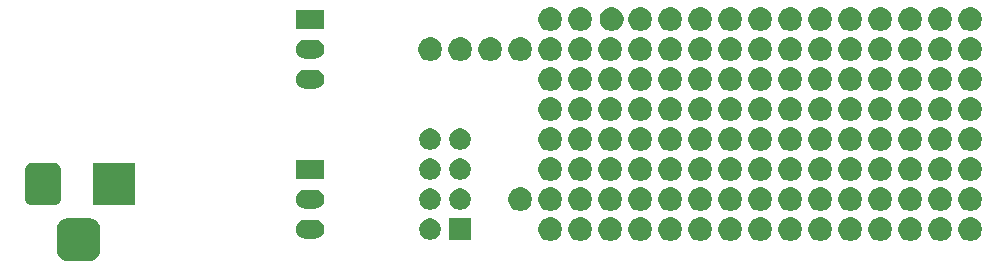
<source format=gbr>
G04 #@! TF.GenerationSoftware,KiCad,Pcbnew,5.1.5*
G04 #@! TF.CreationDate,2020-02-21T13:38:03-06:00*
G04 #@! TF.ProjectId,ESP-01_Breakout,4553502d-3031-45f4-9272-65616b6f7574,rev?*
G04 #@! TF.SameCoordinates,Original*
G04 #@! TF.FileFunction,Soldermask,Bot*
G04 #@! TF.FilePolarity,Negative*
%FSLAX46Y46*%
G04 Gerber Fmt 4.6, Leading zero omitted, Abs format (unit mm)*
G04 Created by KiCad (PCBNEW 5.1.5) date 2020-02-21 13:38:03*
%MOMM*%
%LPD*%
G04 APERTURE LIST*
%ADD10C,0.127000*%
G04 APERTURE END LIST*
D10*
G36*
X131380366Y-98165695D02*
G01*
X131537460Y-98213349D01*
X131682231Y-98290731D01*
X131809128Y-98394872D01*
X131913269Y-98521769D01*
X131990651Y-98666540D01*
X132038305Y-98823634D01*
X132055000Y-98993140D01*
X132055000Y-100906860D01*
X132038305Y-101076366D01*
X131990651Y-101233460D01*
X131913269Y-101378231D01*
X131809128Y-101505128D01*
X131682231Y-101609269D01*
X131537460Y-101686651D01*
X131380366Y-101734305D01*
X131210860Y-101751000D01*
X129297140Y-101751000D01*
X129127634Y-101734305D01*
X128970540Y-101686651D01*
X128825769Y-101609269D01*
X128698872Y-101505128D01*
X128594731Y-101378231D01*
X128517349Y-101233460D01*
X128469695Y-101076366D01*
X128453000Y-100906860D01*
X128453000Y-98993140D01*
X128469695Y-98823634D01*
X128517349Y-98666540D01*
X128594731Y-98521769D01*
X128698872Y-98394872D01*
X128825769Y-98290731D01*
X128970540Y-98213349D01*
X129127634Y-98165695D01*
X129297140Y-98149000D01*
X131210860Y-98149000D01*
X131380366Y-98165695D01*
G37*
G36*
X193166425Y-98061988D02*
G01*
X193332710Y-98095063D01*
X193515336Y-98170709D01*
X193679694Y-98280530D01*
X193819470Y-98420306D01*
X193929291Y-98584664D01*
X194004937Y-98767290D01*
X194043500Y-98961164D01*
X194043500Y-99158836D01*
X194004937Y-99352710D01*
X193929291Y-99535336D01*
X193819470Y-99699694D01*
X193679694Y-99839470D01*
X193515336Y-99949291D01*
X193332710Y-100024937D01*
X193166425Y-100058012D01*
X193138837Y-100063500D01*
X192941163Y-100063500D01*
X192913575Y-100058012D01*
X192747290Y-100024937D01*
X192564664Y-99949291D01*
X192400306Y-99839470D01*
X192260530Y-99699694D01*
X192150709Y-99535336D01*
X192075063Y-99352710D01*
X192036500Y-99158836D01*
X192036500Y-98961164D01*
X192075063Y-98767290D01*
X192150709Y-98584664D01*
X192260530Y-98420306D01*
X192400306Y-98280530D01*
X192564664Y-98170709D01*
X192747290Y-98095063D01*
X192913575Y-98061988D01*
X192941163Y-98056500D01*
X193138837Y-98056500D01*
X193166425Y-98061988D01*
G37*
G36*
X170306425Y-98061988D02*
G01*
X170472710Y-98095063D01*
X170655336Y-98170709D01*
X170819694Y-98280530D01*
X170959470Y-98420306D01*
X171069291Y-98584664D01*
X171144937Y-98767290D01*
X171183500Y-98961164D01*
X171183500Y-99158836D01*
X171144937Y-99352710D01*
X171069291Y-99535336D01*
X170959470Y-99699694D01*
X170819694Y-99839470D01*
X170655336Y-99949291D01*
X170472710Y-100024937D01*
X170306425Y-100058012D01*
X170278837Y-100063500D01*
X170081163Y-100063500D01*
X170053575Y-100058012D01*
X169887290Y-100024937D01*
X169704664Y-99949291D01*
X169540306Y-99839470D01*
X169400530Y-99699694D01*
X169290709Y-99535336D01*
X169215063Y-99352710D01*
X169176500Y-99158836D01*
X169176500Y-98961164D01*
X169215063Y-98767290D01*
X169290709Y-98584664D01*
X169400530Y-98420306D01*
X169540306Y-98280530D01*
X169704664Y-98170709D01*
X169887290Y-98095063D01*
X170053575Y-98061988D01*
X170081163Y-98056500D01*
X170278837Y-98056500D01*
X170306425Y-98061988D01*
G37*
G36*
X172846425Y-98061988D02*
G01*
X173012710Y-98095063D01*
X173195336Y-98170709D01*
X173359694Y-98280530D01*
X173499470Y-98420306D01*
X173609291Y-98584664D01*
X173684937Y-98767290D01*
X173723500Y-98961164D01*
X173723500Y-99158836D01*
X173684937Y-99352710D01*
X173609291Y-99535336D01*
X173499470Y-99699694D01*
X173359694Y-99839470D01*
X173195336Y-99949291D01*
X173012710Y-100024937D01*
X172846425Y-100058012D01*
X172818837Y-100063500D01*
X172621163Y-100063500D01*
X172593575Y-100058012D01*
X172427290Y-100024937D01*
X172244664Y-99949291D01*
X172080306Y-99839470D01*
X171940530Y-99699694D01*
X171830709Y-99535336D01*
X171755063Y-99352710D01*
X171716500Y-99158836D01*
X171716500Y-98961164D01*
X171755063Y-98767290D01*
X171830709Y-98584664D01*
X171940530Y-98420306D01*
X172080306Y-98280530D01*
X172244664Y-98170709D01*
X172427290Y-98095063D01*
X172593575Y-98061988D01*
X172621163Y-98056500D01*
X172818837Y-98056500D01*
X172846425Y-98061988D01*
G37*
G36*
X203326425Y-98061988D02*
G01*
X203492710Y-98095063D01*
X203675336Y-98170709D01*
X203839694Y-98280530D01*
X203979470Y-98420306D01*
X204089291Y-98584664D01*
X204164937Y-98767290D01*
X204203500Y-98961164D01*
X204203500Y-99158836D01*
X204164937Y-99352710D01*
X204089291Y-99535336D01*
X203979470Y-99699694D01*
X203839694Y-99839470D01*
X203675336Y-99949291D01*
X203492710Y-100024937D01*
X203326425Y-100058012D01*
X203298837Y-100063500D01*
X203101163Y-100063500D01*
X203073575Y-100058012D01*
X202907290Y-100024937D01*
X202724664Y-99949291D01*
X202560306Y-99839470D01*
X202420530Y-99699694D01*
X202310709Y-99535336D01*
X202235063Y-99352710D01*
X202196500Y-99158836D01*
X202196500Y-98961164D01*
X202235063Y-98767290D01*
X202310709Y-98584664D01*
X202420530Y-98420306D01*
X202560306Y-98280530D01*
X202724664Y-98170709D01*
X202907290Y-98095063D01*
X203073575Y-98061988D01*
X203101163Y-98056500D01*
X203298837Y-98056500D01*
X203326425Y-98061988D01*
G37*
G36*
X183006425Y-98061988D02*
G01*
X183172710Y-98095063D01*
X183355336Y-98170709D01*
X183519694Y-98280530D01*
X183659470Y-98420306D01*
X183769291Y-98584664D01*
X183844937Y-98767290D01*
X183883500Y-98961164D01*
X183883500Y-99158836D01*
X183844937Y-99352710D01*
X183769291Y-99535336D01*
X183659470Y-99699694D01*
X183519694Y-99839470D01*
X183355336Y-99949291D01*
X183172710Y-100024937D01*
X183006425Y-100058012D01*
X182978837Y-100063500D01*
X182781163Y-100063500D01*
X182753575Y-100058012D01*
X182587290Y-100024937D01*
X182404664Y-99949291D01*
X182240306Y-99839470D01*
X182100530Y-99699694D01*
X181990709Y-99535336D01*
X181915063Y-99352710D01*
X181876500Y-99158836D01*
X181876500Y-98961164D01*
X181915063Y-98767290D01*
X181990709Y-98584664D01*
X182100530Y-98420306D01*
X182240306Y-98280530D01*
X182404664Y-98170709D01*
X182587290Y-98095063D01*
X182753575Y-98061988D01*
X182781163Y-98056500D01*
X182978837Y-98056500D01*
X183006425Y-98061988D01*
G37*
G36*
X185546425Y-98061988D02*
G01*
X185712710Y-98095063D01*
X185895336Y-98170709D01*
X186059694Y-98280530D01*
X186199470Y-98420306D01*
X186309291Y-98584664D01*
X186384937Y-98767290D01*
X186423500Y-98961164D01*
X186423500Y-99158836D01*
X186384937Y-99352710D01*
X186309291Y-99535336D01*
X186199470Y-99699694D01*
X186059694Y-99839470D01*
X185895336Y-99949291D01*
X185712710Y-100024937D01*
X185546425Y-100058012D01*
X185518837Y-100063500D01*
X185321163Y-100063500D01*
X185293575Y-100058012D01*
X185127290Y-100024937D01*
X184944664Y-99949291D01*
X184780306Y-99839470D01*
X184640530Y-99699694D01*
X184530709Y-99535336D01*
X184455063Y-99352710D01*
X184416500Y-99158836D01*
X184416500Y-98961164D01*
X184455063Y-98767290D01*
X184530709Y-98584664D01*
X184640530Y-98420306D01*
X184780306Y-98280530D01*
X184944664Y-98170709D01*
X185127290Y-98095063D01*
X185293575Y-98061988D01*
X185321163Y-98056500D01*
X185518837Y-98056500D01*
X185546425Y-98061988D01*
G37*
G36*
X177926425Y-98061988D02*
G01*
X178092710Y-98095063D01*
X178275336Y-98170709D01*
X178439694Y-98280530D01*
X178579470Y-98420306D01*
X178689291Y-98584664D01*
X178764937Y-98767290D01*
X178803500Y-98961164D01*
X178803500Y-99158836D01*
X178764937Y-99352710D01*
X178689291Y-99535336D01*
X178579470Y-99699694D01*
X178439694Y-99839470D01*
X178275336Y-99949291D01*
X178092710Y-100024937D01*
X177926425Y-100058012D01*
X177898837Y-100063500D01*
X177701163Y-100063500D01*
X177673575Y-100058012D01*
X177507290Y-100024937D01*
X177324664Y-99949291D01*
X177160306Y-99839470D01*
X177020530Y-99699694D01*
X176910709Y-99535336D01*
X176835063Y-99352710D01*
X176796500Y-99158836D01*
X176796500Y-98961164D01*
X176835063Y-98767290D01*
X176910709Y-98584664D01*
X177020530Y-98420306D01*
X177160306Y-98280530D01*
X177324664Y-98170709D01*
X177507290Y-98095063D01*
X177673575Y-98061988D01*
X177701163Y-98056500D01*
X177898837Y-98056500D01*
X177926425Y-98061988D01*
G37*
G36*
X180466425Y-98061988D02*
G01*
X180632710Y-98095063D01*
X180815336Y-98170709D01*
X180979694Y-98280530D01*
X181119470Y-98420306D01*
X181229291Y-98584664D01*
X181304937Y-98767290D01*
X181343500Y-98961164D01*
X181343500Y-99158836D01*
X181304937Y-99352710D01*
X181229291Y-99535336D01*
X181119470Y-99699694D01*
X180979694Y-99839470D01*
X180815336Y-99949291D01*
X180632710Y-100024937D01*
X180466425Y-100058012D01*
X180438837Y-100063500D01*
X180241163Y-100063500D01*
X180213575Y-100058012D01*
X180047290Y-100024937D01*
X179864664Y-99949291D01*
X179700306Y-99839470D01*
X179560530Y-99699694D01*
X179450709Y-99535336D01*
X179375063Y-99352710D01*
X179336500Y-99158836D01*
X179336500Y-98961164D01*
X179375063Y-98767290D01*
X179450709Y-98584664D01*
X179560530Y-98420306D01*
X179700306Y-98280530D01*
X179864664Y-98170709D01*
X180047290Y-98095063D01*
X180213575Y-98061988D01*
X180241163Y-98056500D01*
X180438837Y-98056500D01*
X180466425Y-98061988D01*
G37*
G36*
X198246425Y-98061988D02*
G01*
X198412710Y-98095063D01*
X198595336Y-98170709D01*
X198759694Y-98280530D01*
X198899470Y-98420306D01*
X199009291Y-98584664D01*
X199084937Y-98767290D01*
X199123500Y-98961164D01*
X199123500Y-99158836D01*
X199084937Y-99352710D01*
X199009291Y-99535336D01*
X198899470Y-99699694D01*
X198759694Y-99839470D01*
X198595336Y-99949291D01*
X198412710Y-100024937D01*
X198246425Y-100058012D01*
X198218837Y-100063500D01*
X198021163Y-100063500D01*
X197993575Y-100058012D01*
X197827290Y-100024937D01*
X197644664Y-99949291D01*
X197480306Y-99839470D01*
X197340530Y-99699694D01*
X197230709Y-99535336D01*
X197155063Y-99352710D01*
X197116500Y-99158836D01*
X197116500Y-98961164D01*
X197155063Y-98767290D01*
X197230709Y-98584664D01*
X197340530Y-98420306D01*
X197480306Y-98280530D01*
X197644664Y-98170709D01*
X197827290Y-98095063D01*
X197993575Y-98061988D01*
X198021163Y-98056500D01*
X198218837Y-98056500D01*
X198246425Y-98061988D01*
G37*
G36*
X200786425Y-98061988D02*
G01*
X200952710Y-98095063D01*
X201135336Y-98170709D01*
X201299694Y-98280530D01*
X201439470Y-98420306D01*
X201549291Y-98584664D01*
X201624937Y-98767290D01*
X201663500Y-98961164D01*
X201663500Y-99158836D01*
X201624937Y-99352710D01*
X201549291Y-99535336D01*
X201439470Y-99699694D01*
X201299694Y-99839470D01*
X201135336Y-99949291D01*
X200952710Y-100024937D01*
X200786425Y-100058012D01*
X200758837Y-100063500D01*
X200561163Y-100063500D01*
X200533575Y-100058012D01*
X200367290Y-100024937D01*
X200184664Y-99949291D01*
X200020306Y-99839470D01*
X199880530Y-99699694D01*
X199770709Y-99535336D01*
X199695063Y-99352710D01*
X199656500Y-99158836D01*
X199656500Y-98961164D01*
X199695063Y-98767290D01*
X199770709Y-98584664D01*
X199880530Y-98420306D01*
X200020306Y-98280530D01*
X200184664Y-98170709D01*
X200367290Y-98095063D01*
X200533575Y-98061988D01*
X200561163Y-98056500D01*
X200758837Y-98056500D01*
X200786425Y-98061988D01*
G37*
G36*
X195706425Y-98061988D02*
G01*
X195872710Y-98095063D01*
X196055336Y-98170709D01*
X196219694Y-98280530D01*
X196359470Y-98420306D01*
X196469291Y-98584664D01*
X196544937Y-98767290D01*
X196583500Y-98961164D01*
X196583500Y-99158836D01*
X196544937Y-99352710D01*
X196469291Y-99535336D01*
X196359470Y-99699694D01*
X196219694Y-99839470D01*
X196055336Y-99949291D01*
X195872710Y-100024937D01*
X195706425Y-100058012D01*
X195678837Y-100063500D01*
X195481163Y-100063500D01*
X195453575Y-100058012D01*
X195287290Y-100024937D01*
X195104664Y-99949291D01*
X194940306Y-99839470D01*
X194800530Y-99699694D01*
X194690709Y-99535336D01*
X194615063Y-99352710D01*
X194576500Y-99158836D01*
X194576500Y-98961164D01*
X194615063Y-98767290D01*
X194690709Y-98584664D01*
X194800530Y-98420306D01*
X194940306Y-98280530D01*
X195104664Y-98170709D01*
X195287290Y-98095063D01*
X195453575Y-98061988D01*
X195481163Y-98056500D01*
X195678837Y-98056500D01*
X195706425Y-98061988D01*
G37*
G36*
X188086425Y-98061988D02*
G01*
X188252710Y-98095063D01*
X188435336Y-98170709D01*
X188599694Y-98280530D01*
X188739470Y-98420306D01*
X188849291Y-98584664D01*
X188924937Y-98767290D01*
X188963500Y-98961164D01*
X188963500Y-99158836D01*
X188924937Y-99352710D01*
X188849291Y-99535336D01*
X188739470Y-99699694D01*
X188599694Y-99839470D01*
X188435336Y-99949291D01*
X188252710Y-100024937D01*
X188086425Y-100058012D01*
X188058837Y-100063500D01*
X187861163Y-100063500D01*
X187833575Y-100058012D01*
X187667290Y-100024937D01*
X187484664Y-99949291D01*
X187320306Y-99839470D01*
X187180530Y-99699694D01*
X187070709Y-99535336D01*
X186995063Y-99352710D01*
X186956500Y-99158836D01*
X186956500Y-98961164D01*
X186995063Y-98767290D01*
X187070709Y-98584664D01*
X187180530Y-98420306D01*
X187320306Y-98280530D01*
X187484664Y-98170709D01*
X187667290Y-98095063D01*
X187833575Y-98061988D01*
X187861163Y-98056500D01*
X188058837Y-98056500D01*
X188086425Y-98061988D01*
G37*
G36*
X190626425Y-98061988D02*
G01*
X190792710Y-98095063D01*
X190975336Y-98170709D01*
X191139694Y-98280530D01*
X191279470Y-98420306D01*
X191389291Y-98584664D01*
X191464937Y-98767290D01*
X191503500Y-98961164D01*
X191503500Y-99158836D01*
X191464937Y-99352710D01*
X191389291Y-99535336D01*
X191279470Y-99699694D01*
X191139694Y-99839470D01*
X190975336Y-99949291D01*
X190792710Y-100024937D01*
X190626425Y-100058012D01*
X190598837Y-100063500D01*
X190401163Y-100063500D01*
X190373575Y-100058012D01*
X190207290Y-100024937D01*
X190024664Y-99949291D01*
X189860306Y-99839470D01*
X189720530Y-99699694D01*
X189610709Y-99535336D01*
X189535063Y-99352710D01*
X189496500Y-99158836D01*
X189496500Y-98961164D01*
X189535063Y-98767290D01*
X189610709Y-98584664D01*
X189720530Y-98420306D01*
X189860306Y-98280530D01*
X190024664Y-98170709D01*
X190207290Y-98095063D01*
X190373575Y-98061988D01*
X190401163Y-98056500D01*
X190598837Y-98056500D01*
X190626425Y-98061988D01*
G37*
G36*
X205866425Y-98061988D02*
G01*
X206032710Y-98095063D01*
X206215336Y-98170709D01*
X206379694Y-98280530D01*
X206519470Y-98420306D01*
X206629291Y-98584664D01*
X206704937Y-98767290D01*
X206743500Y-98961164D01*
X206743500Y-99158836D01*
X206704937Y-99352710D01*
X206629291Y-99535336D01*
X206519470Y-99699694D01*
X206379694Y-99839470D01*
X206215336Y-99949291D01*
X206032710Y-100024937D01*
X205866425Y-100058012D01*
X205838837Y-100063500D01*
X205641163Y-100063500D01*
X205613575Y-100058012D01*
X205447290Y-100024937D01*
X205264664Y-99949291D01*
X205100306Y-99839470D01*
X204960530Y-99699694D01*
X204850709Y-99535336D01*
X204775063Y-99352710D01*
X204736500Y-99158836D01*
X204736500Y-98961164D01*
X204775063Y-98767290D01*
X204850709Y-98584664D01*
X204960530Y-98420306D01*
X205100306Y-98280530D01*
X205264664Y-98170709D01*
X205447290Y-98095063D01*
X205613575Y-98061988D01*
X205641163Y-98056500D01*
X205838837Y-98056500D01*
X205866425Y-98061988D01*
G37*
G36*
X175386425Y-98061988D02*
G01*
X175552710Y-98095063D01*
X175735336Y-98170709D01*
X175899694Y-98280530D01*
X176039470Y-98420306D01*
X176149291Y-98584664D01*
X176224937Y-98767290D01*
X176263500Y-98961164D01*
X176263500Y-99158836D01*
X176224937Y-99352710D01*
X176149291Y-99535336D01*
X176039470Y-99699694D01*
X175899694Y-99839470D01*
X175735336Y-99949291D01*
X175552710Y-100024937D01*
X175386425Y-100058012D01*
X175358837Y-100063500D01*
X175161163Y-100063500D01*
X175133575Y-100058012D01*
X174967290Y-100024937D01*
X174784664Y-99949291D01*
X174620306Y-99839470D01*
X174480530Y-99699694D01*
X174370709Y-99535336D01*
X174295063Y-99352710D01*
X174256500Y-99158836D01*
X174256500Y-98961164D01*
X174295063Y-98767290D01*
X174370709Y-98584664D01*
X174480530Y-98420306D01*
X174620306Y-98280530D01*
X174784664Y-98170709D01*
X174967290Y-98095063D01*
X175133575Y-98061988D01*
X175161163Y-98056500D01*
X175358837Y-98056500D01*
X175386425Y-98061988D01*
G37*
G36*
X163474600Y-99974600D02*
G01*
X161645400Y-99974600D01*
X161645400Y-98145400D01*
X163474600Y-98145400D01*
X163474600Y-99974600D01*
G37*
G36*
X160286778Y-98180547D02*
G01*
X160453224Y-98249491D01*
X160603022Y-98349583D01*
X160730417Y-98476978D01*
X160830509Y-98626776D01*
X160899453Y-98793222D01*
X160934600Y-98969918D01*
X160934600Y-99150082D01*
X160899453Y-99326778D01*
X160830509Y-99493224D01*
X160730417Y-99643022D01*
X160603022Y-99770417D01*
X160453224Y-99870509D01*
X160286778Y-99939453D01*
X160110082Y-99974600D01*
X159929918Y-99974600D01*
X159753222Y-99939453D01*
X159586776Y-99870509D01*
X159436978Y-99770417D01*
X159309583Y-99643022D01*
X159209491Y-99493224D01*
X159140547Y-99326778D01*
X159105400Y-99150082D01*
X159105400Y-98969918D01*
X159140547Y-98793222D01*
X159209491Y-98626776D01*
X159309583Y-98476978D01*
X159436978Y-98349583D01*
X159586776Y-98249491D01*
X159753222Y-98180547D01*
X159929918Y-98145400D01*
X160110082Y-98145400D01*
X160286778Y-98180547D01*
G37*
G36*
X150338571Y-98262863D02*
G01*
X150417023Y-98270590D01*
X150516487Y-98300762D01*
X150568013Y-98316392D01*
X150707165Y-98390771D01*
X150829133Y-98490867D01*
X150929229Y-98612835D01*
X151003608Y-98751987D01*
X151003608Y-98751988D01*
X151049410Y-98902977D01*
X151064875Y-99060000D01*
X151049410Y-99217023D01*
X151018875Y-99317682D01*
X151003608Y-99368013D01*
X150929229Y-99507165D01*
X150829133Y-99629133D01*
X150707165Y-99729229D01*
X150568013Y-99803608D01*
X150517682Y-99818875D01*
X150417023Y-99849410D01*
X150338571Y-99857137D01*
X150299346Y-99861000D01*
X149420654Y-99861000D01*
X149381429Y-99857137D01*
X149302977Y-99849410D01*
X149202318Y-99818875D01*
X149151987Y-99803608D01*
X149012835Y-99729229D01*
X148890867Y-99629133D01*
X148790771Y-99507165D01*
X148716392Y-99368013D01*
X148701125Y-99317682D01*
X148670590Y-99217023D01*
X148655125Y-99060000D01*
X148670590Y-98902977D01*
X148716392Y-98751988D01*
X148716392Y-98751987D01*
X148790771Y-98612835D01*
X148890867Y-98490867D01*
X149012835Y-98390771D01*
X149151987Y-98316392D01*
X149203513Y-98300762D01*
X149302977Y-98270590D01*
X149381429Y-98262863D01*
X149420654Y-98259000D01*
X150299346Y-98259000D01*
X150338571Y-98262863D01*
G37*
G36*
X175386425Y-95521988D02*
G01*
X175552710Y-95555063D01*
X175735336Y-95630709D01*
X175899694Y-95740530D01*
X176039470Y-95880306D01*
X176149291Y-96044664D01*
X176224937Y-96227290D01*
X176263500Y-96421164D01*
X176263500Y-96618836D01*
X176224937Y-96812710D01*
X176149291Y-96995336D01*
X176039470Y-97159694D01*
X175899694Y-97299470D01*
X175735336Y-97409291D01*
X175552710Y-97484937D01*
X175386425Y-97518012D01*
X175358837Y-97523500D01*
X175161163Y-97523500D01*
X175133575Y-97518012D01*
X174967290Y-97484937D01*
X174784664Y-97409291D01*
X174620306Y-97299470D01*
X174480530Y-97159694D01*
X174370709Y-96995336D01*
X174295063Y-96812710D01*
X174256500Y-96618836D01*
X174256500Y-96421164D01*
X174295063Y-96227290D01*
X174370709Y-96044664D01*
X174480530Y-95880306D01*
X174620306Y-95740530D01*
X174784664Y-95630709D01*
X174967290Y-95555063D01*
X175133575Y-95521988D01*
X175161163Y-95516500D01*
X175358837Y-95516500D01*
X175386425Y-95521988D01*
G37*
G36*
X170306425Y-95521988D02*
G01*
X170472710Y-95555063D01*
X170655336Y-95630709D01*
X170819694Y-95740530D01*
X170959470Y-95880306D01*
X171069291Y-96044664D01*
X171144937Y-96227290D01*
X171183500Y-96421164D01*
X171183500Y-96618836D01*
X171144937Y-96812710D01*
X171069291Y-96995336D01*
X170959470Y-97159694D01*
X170819694Y-97299470D01*
X170655336Y-97409291D01*
X170472710Y-97484937D01*
X170306425Y-97518012D01*
X170278837Y-97523500D01*
X170081163Y-97523500D01*
X170053575Y-97518012D01*
X169887290Y-97484937D01*
X169704664Y-97409291D01*
X169540306Y-97299470D01*
X169400530Y-97159694D01*
X169290709Y-96995336D01*
X169215063Y-96812710D01*
X169176500Y-96618836D01*
X169176500Y-96421164D01*
X169215063Y-96227290D01*
X169290709Y-96044664D01*
X169400530Y-95880306D01*
X169540306Y-95740530D01*
X169704664Y-95630709D01*
X169887290Y-95555063D01*
X170053575Y-95521988D01*
X170081163Y-95516500D01*
X170278837Y-95516500D01*
X170306425Y-95521988D01*
G37*
G36*
X172846425Y-95521988D02*
G01*
X173012710Y-95555063D01*
X173195336Y-95630709D01*
X173359694Y-95740530D01*
X173499470Y-95880306D01*
X173609291Y-96044664D01*
X173684937Y-96227290D01*
X173723500Y-96421164D01*
X173723500Y-96618836D01*
X173684937Y-96812710D01*
X173609291Y-96995336D01*
X173499470Y-97159694D01*
X173359694Y-97299470D01*
X173195336Y-97409291D01*
X173012710Y-97484937D01*
X172846425Y-97518012D01*
X172818837Y-97523500D01*
X172621163Y-97523500D01*
X172593575Y-97518012D01*
X172427290Y-97484937D01*
X172244664Y-97409291D01*
X172080306Y-97299470D01*
X171940530Y-97159694D01*
X171830709Y-96995336D01*
X171755063Y-96812710D01*
X171716500Y-96618836D01*
X171716500Y-96421164D01*
X171755063Y-96227290D01*
X171830709Y-96044664D01*
X171940530Y-95880306D01*
X172080306Y-95740530D01*
X172244664Y-95630709D01*
X172427290Y-95555063D01*
X172593575Y-95521988D01*
X172621163Y-95516500D01*
X172818837Y-95516500D01*
X172846425Y-95521988D01*
G37*
G36*
X195706425Y-95521988D02*
G01*
X195872710Y-95555063D01*
X196055336Y-95630709D01*
X196219694Y-95740530D01*
X196359470Y-95880306D01*
X196469291Y-96044664D01*
X196544937Y-96227290D01*
X196583500Y-96421164D01*
X196583500Y-96618836D01*
X196544937Y-96812710D01*
X196469291Y-96995336D01*
X196359470Y-97159694D01*
X196219694Y-97299470D01*
X196055336Y-97409291D01*
X195872710Y-97484937D01*
X195706425Y-97518012D01*
X195678837Y-97523500D01*
X195481163Y-97523500D01*
X195453575Y-97518012D01*
X195287290Y-97484937D01*
X195104664Y-97409291D01*
X194940306Y-97299470D01*
X194800530Y-97159694D01*
X194690709Y-96995336D01*
X194615063Y-96812710D01*
X194576500Y-96618836D01*
X194576500Y-96421164D01*
X194615063Y-96227290D01*
X194690709Y-96044664D01*
X194800530Y-95880306D01*
X194940306Y-95740530D01*
X195104664Y-95630709D01*
X195287290Y-95555063D01*
X195453575Y-95521988D01*
X195481163Y-95516500D01*
X195678837Y-95516500D01*
X195706425Y-95521988D01*
G37*
G36*
X188086425Y-95521988D02*
G01*
X188252710Y-95555063D01*
X188435336Y-95630709D01*
X188599694Y-95740530D01*
X188739470Y-95880306D01*
X188849291Y-96044664D01*
X188924937Y-96227290D01*
X188963500Y-96421164D01*
X188963500Y-96618836D01*
X188924937Y-96812710D01*
X188849291Y-96995336D01*
X188739470Y-97159694D01*
X188599694Y-97299470D01*
X188435336Y-97409291D01*
X188252710Y-97484937D01*
X188086425Y-97518012D01*
X188058837Y-97523500D01*
X187861163Y-97523500D01*
X187833575Y-97518012D01*
X187667290Y-97484937D01*
X187484664Y-97409291D01*
X187320306Y-97299470D01*
X187180530Y-97159694D01*
X187070709Y-96995336D01*
X186995063Y-96812710D01*
X186956500Y-96618836D01*
X186956500Y-96421164D01*
X186995063Y-96227290D01*
X187070709Y-96044664D01*
X187180530Y-95880306D01*
X187320306Y-95740530D01*
X187484664Y-95630709D01*
X187667290Y-95555063D01*
X187833575Y-95521988D01*
X187861163Y-95516500D01*
X188058837Y-95516500D01*
X188086425Y-95521988D01*
G37*
G36*
X167766425Y-95521988D02*
G01*
X167932710Y-95555063D01*
X168115336Y-95630709D01*
X168279694Y-95740530D01*
X168419470Y-95880306D01*
X168529291Y-96044664D01*
X168604937Y-96227290D01*
X168643500Y-96421164D01*
X168643500Y-96618836D01*
X168604937Y-96812710D01*
X168529291Y-96995336D01*
X168419470Y-97159694D01*
X168279694Y-97299470D01*
X168115336Y-97409291D01*
X167932710Y-97484937D01*
X167766425Y-97518012D01*
X167738837Y-97523500D01*
X167541163Y-97523500D01*
X167513575Y-97518012D01*
X167347290Y-97484937D01*
X167164664Y-97409291D01*
X167000306Y-97299470D01*
X166860530Y-97159694D01*
X166750709Y-96995336D01*
X166675063Y-96812710D01*
X166636500Y-96618836D01*
X166636500Y-96421164D01*
X166675063Y-96227290D01*
X166750709Y-96044664D01*
X166860530Y-95880306D01*
X167000306Y-95740530D01*
X167164664Y-95630709D01*
X167347290Y-95555063D01*
X167513575Y-95521988D01*
X167541163Y-95516500D01*
X167738837Y-95516500D01*
X167766425Y-95521988D01*
G37*
G36*
X177926425Y-95521988D02*
G01*
X178092710Y-95555063D01*
X178275336Y-95630709D01*
X178439694Y-95740530D01*
X178579470Y-95880306D01*
X178689291Y-96044664D01*
X178764937Y-96227290D01*
X178803500Y-96421164D01*
X178803500Y-96618836D01*
X178764937Y-96812710D01*
X178689291Y-96995336D01*
X178579470Y-97159694D01*
X178439694Y-97299470D01*
X178275336Y-97409291D01*
X178092710Y-97484937D01*
X177926425Y-97518012D01*
X177898837Y-97523500D01*
X177701163Y-97523500D01*
X177673575Y-97518012D01*
X177507290Y-97484937D01*
X177324664Y-97409291D01*
X177160306Y-97299470D01*
X177020530Y-97159694D01*
X176910709Y-96995336D01*
X176835063Y-96812710D01*
X176796500Y-96618836D01*
X176796500Y-96421164D01*
X176835063Y-96227290D01*
X176910709Y-96044664D01*
X177020530Y-95880306D01*
X177160306Y-95740530D01*
X177324664Y-95630709D01*
X177507290Y-95555063D01*
X177673575Y-95521988D01*
X177701163Y-95516500D01*
X177898837Y-95516500D01*
X177926425Y-95521988D01*
G37*
G36*
X198246425Y-95521988D02*
G01*
X198412710Y-95555063D01*
X198595336Y-95630709D01*
X198759694Y-95740530D01*
X198899470Y-95880306D01*
X199009291Y-96044664D01*
X199084937Y-96227290D01*
X199123500Y-96421164D01*
X199123500Y-96618836D01*
X199084937Y-96812710D01*
X199009291Y-96995336D01*
X198899470Y-97159694D01*
X198759694Y-97299470D01*
X198595336Y-97409291D01*
X198412710Y-97484937D01*
X198246425Y-97518012D01*
X198218837Y-97523500D01*
X198021163Y-97523500D01*
X197993575Y-97518012D01*
X197827290Y-97484937D01*
X197644664Y-97409291D01*
X197480306Y-97299470D01*
X197340530Y-97159694D01*
X197230709Y-96995336D01*
X197155063Y-96812710D01*
X197116500Y-96618836D01*
X197116500Y-96421164D01*
X197155063Y-96227290D01*
X197230709Y-96044664D01*
X197340530Y-95880306D01*
X197480306Y-95740530D01*
X197644664Y-95630709D01*
X197827290Y-95555063D01*
X197993575Y-95521988D01*
X198021163Y-95516500D01*
X198218837Y-95516500D01*
X198246425Y-95521988D01*
G37*
G36*
X183006425Y-95521988D02*
G01*
X183172710Y-95555063D01*
X183355336Y-95630709D01*
X183519694Y-95740530D01*
X183659470Y-95880306D01*
X183769291Y-96044664D01*
X183844937Y-96227290D01*
X183883500Y-96421164D01*
X183883500Y-96618836D01*
X183844937Y-96812710D01*
X183769291Y-96995336D01*
X183659470Y-97159694D01*
X183519694Y-97299470D01*
X183355336Y-97409291D01*
X183172710Y-97484937D01*
X183006425Y-97518012D01*
X182978837Y-97523500D01*
X182781163Y-97523500D01*
X182753575Y-97518012D01*
X182587290Y-97484937D01*
X182404664Y-97409291D01*
X182240306Y-97299470D01*
X182100530Y-97159694D01*
X181990709Y-96995336D01*
X181915063Y-96812710D01*
X181876500Y-96618836D01*
X181876500Y-96421164D01*
X181915063Y-96227290D01*
X181990709Y-96044664D01*
X182100530Y-95880306D01*
X182240306Y-95740530D01*
X182404664Y-95630709D01*
X182587290Y-95555063D01*
X182753575Y-95521988D01*
X182781163Y-95516500D01*
X182978837Y-95516500D01*
X183006425Y-95521988D01*
G37*
G36*
X203326425Y-95521988D02*
G01*
X203492710Y-95555063D01*
X203675336Y-95630709D01*
X203839694Y-95740530D01*
X203979470Y-95880306D01*
X204089291Y-96044664D01*
X204164937Y-96227290D01*
X204203500Y-96421164D01*
X204203500Y-96618836D01*
X204164937Y-96812710D01*
X204089291Y-96995336D01*
X203979470Y-97159694D01*
X203839694Y-97299470D01*
X203675336Y-97409291D01*
X203492710Y-97484937D01*
X203326425Y-97518012D01*
X203298837Y-97523500D01*
X203101163Y-97523500D01*
X203073575Y-97518012D01*
X202907290Y-97484937D01*
X202724664Y-97409291D01*
X202560306Y-97299470D01*
X202420530Y-97159694D01*
X202310709Y-96995336D01*
X202235063Y-96812710D01*
X202196500Y-96618836D01*
X202196500Y-96421164D01*
X202235063Y-96227290D01*
X202310709Y-96044664D01*
X202420530Y-95880306D01*
X202560306Y-95740530D01*
X202724664Y-95630709D01*
X202907290Y-95555063D01*
X203073575Y-95521988D01*
X203101163Y-95516500D01*
X203298837Y-95516500D01*
X203326425Y-95521988D01*
G37*
G36*
X193166425Y-95521988D02*
G01*
X193332710Y-95555063D01*
X193515336Y-95630709D01*
X193679694Y-95740530D01*
X193819470Y-95880306D01*
X193929291Y-96044664D01*
X194004937Y-96227290D01*
X194043500Y-96421164D01*
X194043500Y-96618836D01*
X194004937Y-96812710D01*
X193929291Y-96995336D01*
X193819470Y-97159694D01*
X193679694Y-97299470D01*
X193515336Y-97409291D01*
X193332710Y-97484937D01*
X193166425Y-97518012D01*
X193138837Y-97523500D01*
X192941163Y-97523500D01*
X192913575Y-97518012D01*
X192747290Y-97484937D01*
X192564664Y-97409291D01*
X192400306Y-97299470D01*
X192260530Y-97159694D01*
X192150709Y-96995336D01*
X192075063Y-96812710D01*
X192036500Y-96618836D01*
X192036500Y-96421164D01*
X192075063Y-96227290D01*
X192150709Y-96044664D01*
X192260530Y-95880306D01*
X192400306Y-95740530D01*
X192564664Y-95630709D01*
X192747290Y-95555063D01*
X192913575Y-95521988D01*
X192941163Y-95516500D01*
X193138837Y-95516500D01*
X193166425Y-95521988D01*
G37*
G36*
X200786425Y-95521988D02*
G01*
X200952710Y-95555063D01*
X201135336Y-95630709D01*
X201299694Y-95740530D01*
X201439470Y-95880306D01*
X201549291Y-96044664D01*
X201624937Y-96227290D01*
X201663500Y-96421164D01*
X201663500Y-96618836D01*
X201624937Y-96812710D01*
X201549291Y-96995336D01*
X201439470Y-97159694D01*
X201299694Y-97299470D01*
X201135336Y-97409291D01*
X200952710Y-97484937D01*
X200786425Y-97518012D01*
X200758837Y-97523500D01*
X200561163Y-97523500D01*
X200533575Y-97518012D01*
X200367290Y-97484937D01*
X200184664Y-97409291D01*
X200020306Y-97299470D01*
X199880530Y-97159694D01*
X199770709Y-96995336D01*
X199695063Y-96812710D01*
X199656500Y-96618836D01*
X199656500Y-96421164D01*
X199695063Y-96227290D01*
X199770709Y-96044664D01*
X199880530Y-95880306D01*
X200020306Y-95740530D01*
X200184664Y-95630709D01*
X200367290Y-95555063D01*
X200533575Y-95521988D01*
X200561163Y-95516500D01*
X200758837Y-95516500D01*
X200786425Y-95521988D01*
G37*
G36*
X185546425Y-95521988D02*
G01*
X185712710Y-95555063D01*
X185895336Y-95630709D01*
X186059694Y-95740530D01*
X186199470Y-95880306D01*
X186309291Y-96044664D01*
X186384937Y-96227290D01*
X186423500Y-96421164D01*
X186423500Y-96618836D01*
X186384937Y-96812710D01*
X186309291Y-96995336D01*
X186199470Y-97159694D01*
X186059694Y-97299470D01*
X185895336Y-97409291D01*
X185712710Y-97484937D01*
X185546425Y-97518012D01*
X185518837Y-97523500D01*
X185321163Y-97523500D01*
X185293575Y-97518012D01*
X185127290Y-97484937D01*
X184944664Y-97409291D01*
X184780306Y-97299470D01*
X184640530Y-97159694D01*
X184530709Y-96995336D01*
X184455063Y-96812710D01*
X184416500Y-96618836D01*
X184416500Y-96421164D01*
X184455063Y-96227290D01*
X184530709Y-96044664D01*
X184640530Y-95880306D01*
X184780306Y-95740530D01*
X184944664Y-95630709D01*
X185127290Y-95555063D01*
X185293575Y-95521988D01*
X185321163Y-95516500D01*
X185518837Y-95516500D01*
X185546425Y-95521988D01*
G37*
G36*
X190626425Y-95521988D02*
G01*
X190792710Y-95555063D01*
X190975336Y-95630709D01*
X191139694Y-95740530D01*
X191279470Y-95880306D01*
X191389291Y-96044664D01*
X191464937Y-96227290D01*
X191503500Y-96421164D01*
X191503500Y-96618836D01*
X191464937Y-96812710D01*
X191389291Y-96995336D01*
X191279470Y-97159694D01*
X191139694Y-97299470D01*
X190975336Y-97409291D01*
X190792710Y-97484937D01*
X190626425Y-97518012D01*
X190598837Y-97523500D01*
X190401163Y-97523500D01*
X190373575Y-97518012D01*
X190207290Y-97484937D01*
X190024664Y-97409291D01*
X189860306Y-97299470D01*
X189720530Y-97159694D01*
X189610709Y-96995336D01*
X189535063Y-96812710D01*
X189496500Y-96618836D01*
X189496500Y-96421164D01*
X189535063Y-96227290D01*
X189610709Y-96044664D01*
X189720530Y-95880306D01*
X189860306Y-95740530D01*
X190024664Y-95630709D01*
X190207290Y-95555063D01*
X190373575Y-95521988D01*
X190401163Y-95516500D01*
X190598837Y-95516500D01*
X190626425Y-95521988D01*
G37*
G36*
X180466425Y-95521988D02*
G01*
X180632710Y-95555063D01*
X180815336Y-95630709D01*
X180979694Y-95740530D01*
X181119470Y-95880306D01*
X181229291Y-96044664D01*
X181304937Y-96227290D01*
X181343500Y-96421164D01*
X181343500Y-96618836D01*
X181304937Y-96812710D01*
X181229291Y-96995336D01*
X181119470Y-97159694D01*
X180979694Y-97299470D01*
X180815336Y-97409291D01*
X180632710Y-97484937D01*
X180466425Y-97518012D01*
X180438837Y-97523500D01*
X180241163Y-97523500D01*
X180213575Y-97518012D01*
X180047290Y-97484937D01*
X179864664Y-97409291D01*
X179700306Y-97299470D01*
X179560530Y-97159694D01*
X179450709Y-96995336D01*
X179375063Y-96812710D01*
X179336500Y-96618836D01*
X179336500Y-96421164D01*
X179375063Y-96227290D01*
X179450709Y-96044664D01*
X179560530Y-95880306D01*
X179700306Y-95740530D01*
X179864664Y-95630709D01*
X180047290Y-95555063D01*
X180213575Y-95521988D01*
X180241163Y-95516500D01*
X180438837Y-95516500D01*
X180466425Y-95521988D01*
G37*
G36*
X205866425Y-95521988D02*
G01*
X206032710Y-95555063D01*
X206215336Y-95630709D01*
X206379694Y-95740530D01*
X206519470Y-95880306D01*
X206629291Y-96044664D01*
X206704937Y-96227290D01*
X206743500Y-96421164D01*
X206743500Y-96618836D01*
X206704937Y-96812710D01*
X206629291Y-96995336D01*
X206519470Y-97159694D01*
X206379694Y-97299470D01*
X206215336Y-97409291D01*
X206032710Y-97484937D01*
X205866425Y-97518012D01*
X205838837Y-97523500D01*
X205641163Y-97523500D01*
X205613575Y-97518012D01*
X205447290Y-97484937D01*
X205264664Y-97409291D01*
X205100306Y-97299470D01*
X204960530Y-97159694D01*
X204850709Y-96995336D01*
X204775063Y-96812710D01*
X204736500Y-96618836D01*
X204736500Y-96421164D01*
X204775063Y-96227290D01*
X204850709Y-96044664D01*
X204960530Y-95880306D01*
X205100306Y-95740530D01*
X205264664Y-95630709D01*
X205447290Y-95555063D01*
X205613575Y-95521988D01*
X205641163Y-95516500D01*
X205838837Y-95516500D01*
X205866425Y-95521988D01*
G37*
G36*
X162826778Y-95640547D02*
G01*
X162993224Y-95709491D01*
X163143022Y-95809583D01*
X163270417Y-95936978D01*
X163370509Y-96086776D01*
X163439453Y-96253222D01*
X163474600Y-96429918D01*
X163474600Y-96610082D01*
X163439453Y-96786778D01*
X163370509Y-96953224D01*
X163270417Y-97103022D01*
X163143022Y-97230417D01*
X162993224Y-97330509D01*
X162826778Y-97399453D01*
X162650082Y-97434600D01*
X162469918Y-97434600D01*
X162293222Y-97399453D01*
X162126776Y-97330509D01*
X161976978Y-97230417D01*
X161849583Y-97103022D01*
X161749491Y-96953224D01*
X161680547Y-96786778D01*
X161645400Y-96610082D01*
X161645400Y-96429918D01*
X161680547Y-96253222D01*
X161749491Y-96086776D01*
X161849583Y-95936978D01*
X161976978Y-95809583D01*
X162126776Y-95709491D01*
X162293222Y-95640547D01*
X162469918Y-95605400D01*
X162650082Y-95605400D01*
X162826778Y-95640547D01*
G37*
G36*
X160286778Y-95640547D02*
G01*
X160453224Y-95709491D01*
X160603022Y-95809583D01*
X160730417Y-95936978D01*
X160830509Y-96086776D01*
X160899453Y-96253222D01*
X160934600Y-96429918D01*
X160934600Y-96610082D01*
X160899453Y-96786778D01*
X160830509Y-96953224D01*
X160730417Y-97103022D01*
X160603022Y-97230417D01*
X160453224Y-97330509D01*
X160286778Y-97399453D01*
X160110082Y-97434600D01*
X159929918Y-97434600D01*
X159753222Y-97399453D01*
X159586776Y-97330509D01*
X159436978Y-97230417D01*
X159309583Y-97103022D01*
X159209491Y-96953224D01*
X159140547Y-96786778D01*
X159105400Y-96610082D01*
X159105400Y-96429918D01*
X159140547Y-96253222D01*
X159209491Y-96086776D01*
X159309583Y-95936978D01*
X159436978Y-95809583D01*
X159586776Y-95709491D01*
X159753222Y-95640547D01*
X159929918Y-95605400D01*
X160110082Y-95605400D01*
X160286778Y-95640547D01*
G37*
G36*
X150338571Y-95722863D02*
G01*
X150417023Y-95730590D01*
X150517682Y-95761125D01*
X150568013Y-95776392D01*
X150707165Y-95850771D01*
X150829133Y-95950867D01*
X150929229Y-96072835D01*
X151003608Y-96211987D01*
X151003608Y-96211988D01*
X151049410Y-96362977D01*
X151064875Y-96520000D01*
X151049410Y-96677023D01*
X151018875Y-96777682D01*
X151003608Y-96828013D01*
X150929229Y-96967165D01*
X150829133Y-97089133D01*
X150707165Y-97189229D01*
X150568013Y-97263608D01*
X150517682Y-97278875D01*
X150417023Y-97309410D01*
X150338571Y-97317137D01*
X150299346Y-97321000D01*
X149420654Y-97321000D01*
X149381429Y-97317137D01*
X149302977Y-97309410D01*
X149202318Y-97278875D01*
X149151987Y-97263608D01*
X149012835Y-97189229D01*
X148890867Y-97089133D01*
X148790771Y-96967165D01*
X148716392Y-96828013D01*
X148701125Y-96777682D01*
X148670590Y-96677023D01*
X148655125Y-96520000D01*
X148670590Y-96362977D01*
X148716392Y-96211988D01*
X148716392Y-96211987D01*
X148790771Y-96072835D01*
X148890867Y-95950867D01*
X149012835Y-95850771D01*
X149151987Y-95776392D01*
X149202318Y-95761125D01*
X149302977Y-95730590D01*
X149381429Y-95722863D01*
X149420654Y-95719000D01*
X150299346Y-95719000D01*
X150338571Y-95722863D01*
G37*
G36*
X128230979Y-93463293D02*
G01*
X128364625Y-93503834D01*
X128487784Y-93569664D01*
X128595740Y-93658260D01*
X128684336Y-93766216D01*
X128750166Y-93889375D01*
X128790707Y-94023021D01*
X128805000Y-94168140D01*
X128805000Y-96331860D01*
X128790707Y-96476979D01*
X128750166Y-96610625D01*
X128684336Y-96733784D01*
X128595740Y-96841740D01*
X128487784Y-96930336D01*
X128364625Y-96996166D01*
X128230979Y-97036707D01*
X128085860Y-97051000D01*
X126422140Y-97051000D01*
X126277021Y-97036707D01*
X126143375Y-96996166D01*
X126020216Y-96930336D01*
X125912260Y-96841740D01*
X125823664Y-96733784D01*
X125757834Y-96610625D01*
X125717293Y-96476979D01*
X125703000Y-96331860D01*
X125703000Y-94168140D01*
X125717293Y-94023021D01*
X125757834Y-93889375D01*
X125823664Y-93766216D01*
X125912260Y-93658260D01*
X126020216Y-93569664D01*
X126143375Y-93503834D01*
X126277021Y-93463293D01*
X126422140Y-93449000D01*
X128085860Y-93449000D01*
X128230979Y-93463293D01*
G37*
G36*
X135055000Y-97051000D02*
G01*
X131453000Y-97051000D01*
X131453000Y-93449000D01*
X135055000Y-93449000D01*
X135055000Y-97051000D01*
G37*
G36*
X200786425Y-92981988D02*
G01*
X200952710Y-93015063D01*
X201135336Y-93090709D01*
X201299694Y-93200530D01*
X201439470Y-93340306D01*
X201549291Y-93504664D01*
X201624937Y-93687290D01*
X201663500Y-93881164D01*
X201663500Y-94078836D01*
X201624937Y-94272710D01*
X201549291Y-94455336D01*
X201439470Y-94619694D01*
X201299694Y-94759470D01*
X201135336Y-94869291D01*
X200952710Y-94944937D01*
X200786425Y-94978012D01*
X200758837Y-94983500D01*
X200561163Y-94983500D01*
X200533575Y-94978012D01*
X200367290Y-94944937D01*
X200184664Y-94869291D01*
X200020306Y-94759470D01*
X199880530Y-94619694D01*
X199770709Y-94455336D01*
X199695063Y-94272710D01*
X199656500Y-94078836D01*
X199656500Y-93881164D01*
X199695063Y-93687290D01*
X199770709Y-93504664D01*
X199880530Y-93340306D01*
X200020306Y-93200530D01*
X200184664Y-93090709D01*
X200367290Y-93015063D01*
X200533575Y-92981988D01*
X200561163Y-92976500D01*
X200758837Y-92976500D01*
X200786425Y-92981988D01*
G37*
G36*
X198246425Y-92981988D02*
G01*
X198412710Y-93015063D01*
X198595336Y-93090709D01*
X198759694Y-93200530D01*
X198899470Y-93340306D01*
X199009291Y-93504664D01*
X199084937Y-93687290D01*
X199123500Y-93881164D01*
X199123500Y-94078836D01*
X199084937Y-94272710D01*
X199009291Y-94455336D01*
X198899470Y-94619694D01*
X198759694Y-94759470D01*
X198595336Y-94869291D01*
X198412710Y-94944937D01*
X198246425Y-94978012D01*
X198218837Y-94983500D01*
X198021163Y-94983500D01*
X197993575Y-94978012D01*
X197827290Y-94944937D01*
X197644664Y-94869291D01*
X197480306Y-94759470D01*
X197340530Y-94619694D01*
X197230709Y-94455336D01*
X197155063Y-94272710D01*
X197116500Y-94078836D01*
X197116500Y-93881164D01*
X197155063Y-93687290D01*
X197230709Y-93504664D01*
X197340530Y-93340306D01*
X197480306Y-93200530D01*
X197644664Y-93090709D01*
X197827290Y-93015063D01*
X197993575Y-92981988D01*
X198021163Y-92976500D01*
X198218837Y-92976500D01*
X198246425Y-92981988D01*
G37*
G36*
X188086425Y-92981988D02*
G01*
X188252710Y-93015063D01*
X188435336Y-93090709D01*
X188599694Y-93200530D01*
X188739470Y-93340306D01*
X188849291Y-93504664D01*
X188924937Y-93687290D01*
X188963500Y-93881164D01*
X188963500Y-94078836D01*
X188924937Y-94272710D01*
X188849291Y-94455336D01*
X188739470Y-94619694D01*
X188599694Y-94759470D01*
X188435336Y-94869291D01*
X188252710Y-94944937D01*
X188086425Y-94978012D01*
X188058837Y-94983500D01*
X187861163Y-94983500D01*
X187833575Y-94978012D01*
X187667290Y-94944937D01*
X187484664Y-94869291D01*
X187320306Y-94759470D01*
X187180530Y-94619694D01*
X187070709Y-94455336D01*
X186995063Y-94272710D01*
X186956500Y-94078836D01*
X186956500Y-93881164D01*
X186995063Y-93687290D01*
X187070709Y-93504664D01*
X187180530Y-93340306D01*
X187320306Y-93200530D01*
X187484664Y-93090709D01*
X187667290Y-93015063D01*
X187833575Y-92981988D01*
X187861163Y-92976500D01*
X188058837Y-92976500D01*
X188086425Y-92981988D01*
G37*
G36*
X172846425Y-92981988D02*
G01*
X173012710Y-93015063D01*
X173195336Y-93090709D01*
X173359694Y-93200530D01*
X173499470Y-93340306D01*
X173609291Y-93504664D01*
X173684937Y-93687290D01*
X173723500Y-93881164D01*
X173723500Y-94078836D01*
X173684937Y-94272710D01*
X173609291Y-94455336D01*
X173499470Y-94619694D01*
X173359694Y-94759470D01*
X173195336Y-94869291D01*
X173012710Y-94944937D01*
X172846425Y-94978012D01*
X172818837Y-94983500D01*
X172621163Y-94983500D01*
X172593575Y-94978012D01*
X172427290Y-94944937D01*
X172244664Y-94869291D01*
X172080306Y-94759470D01*
X171940530Y-94619694D01*
X171830709Y-94455336D01*
X171755063Y-94272710D01*
X171716500Y-94078836D01*
X171716500Y-93881164D01*
X171755063Y-93687290D01*
X171830709Y-93504664D01*
X171940530Y-93340306D01*
X172080306Y-93200530D01*
X172244664Y-93090709D01*
X172427290Y-93015063D01*
X172593575Y-92981988D01*
X172621163Y-92976500D01*
X172818837Y-92976500D01*
X172846425Y-92981988D01*
G37*
G36*
X193166425Y-92981988D02*
G01*
X193332710Y-93015063D01*
X193515336Y-93090709D01*
X193679694Y-93200530D01*
X193819470Y-93340306D01*
X193929291Y-93504664D01*
X194004937Y-93687290D01*
X194043500Y-93881164D01*
X194043500Y-94078836D01*
X194004937Y-94272710D01*
X193929291Y-94455336D01*
X193819470Y-94619694D01*
X193679694Y-94759470D01*
X193515336Y-94869291D01*
X193332710Y-94944937D01*
X193166425Y-94978012D01*
X193138837Y-94983500D01*
X192941163Y-94983500D01*
X192913575Y-94978012D01*
X192747290Y-94944937D01*
X192564664Y-94869291D01*
X192400306Y-94759470D01*
X192260530Y-94619694D01*
X192150709Y-94455336D01*
X192075063Y-94272710D01*
X192036500Y-94078836D01*
X192036500Y-93881164D01*
X192075063Y-93687290D01*
X192150709Y-93504664D01*
X192260530Y-93340306D01*
X192400306Y-93200530D01*
X192564664Y-93090709D01*
X192747290Y-93015063D01*
X192913575Y-92981988D01*
X192941163Y-92976500D01*
X193138837Y-92976500D01*
X193166425Y-92981988D01*
G37*
G36*
X170306425Y-92981988D02*
G01*
X170472710Y-93015063D01*
X170655336Y-93090709D01*
X170819694Y-93200530D01*
X170959470Y-93340306D01*
X171069291Y-93504664D01*
X171144937Y-93687290D01*
X171183500Y-93881164D01*
X171183500Y-94078836D01*
X171144937Y-94272710D01*
X171069291Y-94455336D01*
X170959470Y-94619694D01*
X170819694Y-94759470D01*
X170655336Y-94869291D01*
X170472710Y-94944937D01*
X170306425Y-94978012D01*
X170278837Y-94983500D01*
X170081163Y-94983500D01*
X170053575Y-94978012D01*
X169887290Y-94944937D01*
X169704664Y-94869291D01*
X169540306Y-94759470D01*
X169400530Y-94619694D01*
X169290709Y-94455336D01*
X169215063Y-94272710D01*
X169176500Y-94078836D01*
X169176500Y-93881164D01*
X169215063Y-93687290D01*
X169290709Y-93504664D01*
X169400530Y-93340306D01*
X169540306Y-93200530D01*
X169704664Y-93090709D01*
X169887290Y-93015063D01*
X170053575Y-92981988D01*
X170081163Y-92976500D01*
X170278837Y-92976500D01*
X170306425Y-92981988D01*
G37*
G36*
X205866425Y-92981988D02*
G01*
X206032710Y-93015063D01*
X206215336Y-93090709D01*
X206379694Y-93200530D01*
X206519470Y-93340306D01*
X206629291Y-93504664D01*
X206704937Y-93687290D01*
X206743500Y-93881164D01*
X206743500Y-94078836D01*
X206704937Y-94272710D01*
X206629291Y-94455336D01*
X206519470Y-94619694D01*
X206379694Y-94759470D01*
X206215336Y-94869291D01*
X206032710Y-94944937D01*
X205866425Y-94978012D01*
X205838837Y-94983500D01*
X205641163Y-94983500D01*
X205613575Y-94978012D01*
X205447290Y-94944937D01*
X205264664Y-94869291D01*
X205100306Y-94759470D01*
X204960530Y-94619694D01*
X204850709Y-94455336D01*
X204775063Y-94272710D01*
X204736500Y-94078836D01*
X204736500Y-93881164D01*
X204775063Y-93687290D01*
X204850709Y-93504664D01*
X204960530Y-93340306D01*
X205100306Y-93200530D01*
X205264664Y-93090709D01*
X205447290Y-93015063D01*
X205613575Y-92981988D01*
X205641163Y-92976500D01*
X205838837Y-92976500D01*
X205866425Y-92981988D01*
G37*
G36*
X190626425Y-92981988D02*
G01*
X190792710Y-93015063D01*
X190975336Y-93090709D01*
X191139694Y-93200530D01*
X191279470Y-93340306D01*
X191389291Y-93504664D01*
X191464937Y-93687290D01*
X191503500Y-93881164D01*
X191503500Y-94078836D01*
X191464937Y-94272710D01*
X191389291Y-94455336D01*
X191279470Y-94619694D01*
X191139694Y-94759470D01*
X190975336Y-94869291D01*
X190792710Y-94944937D01*
X190626425Y-94978012D01*
X190598837Y-94983500D01*
X190401163Y-94983500D01*
X190373575Y-94978012D01*
X190207290Y-94944937D01*
X190024664Y-94869291D01*
X189860306Y-94759470D01*
X189720530Y-94619694D01*
X189610709Y-94455336D01*
X189535063Y-94272710D01*
X189496500Y-94078836D01*
X189496500Y-93881164D01*
X189535063Y-93687290D01*
X189610709Y-93504664D01*
X189720530Y-93340306D01*
X189860306Y-93200530D01*
X190024664Y-93090709D01*
X190207290Y-93015063D01*
X190373575Y-92981988D01*
X190401163Y-92976500D01*
X190598837Y-92976500D01*
X190626425Y-92981988D01*
G37*
G36*
X175386425Y-92981988D02*
G01*
X175552710Y-93015063D01*
X175735336Y-93090709D01*
X175899694Y-93200530D01*
X176039470Y-93340306D01*
X176149291Y-93504664D01*
X176224937Y-93687290D01*
X176263500Y-93881164D01*
X176263500Y-94078836D01*
X176224937Y-94272710D01*
X176149291Y-94455336D01*
X176039470Y-94619694D01*
X175899694Y-94759470D01*
X175735336Y-94869291D01*
X175552710Y-94944937D01*
X175386425Y-94978012D01*
X175358837Y-94983500D01*
X175161163Y-94983500D01*
X175133575Y-94978012D01*
X174967290Y-94944937D01*
X174784664Y-94869291D01*
X174620306Y-94759470D01*
X174480530Y-94619694D01*
X174370709Y-94455336D01*
X174295063Y-94272710D01*
X174256500Y-94078836D01*
X174256500Y-93881164D01*
X174295063Y-93687290D01*
X174370709Y-93504664D01*
X174480530Y-93340306D01*
X174620306Y-93200530D01*
X174784664Y-93090709D01*
X174967290Y-93015063D01*
X175133575Y-92981988D01*
X175161163Y-92976500D01*
X175358837Y-92976500D01*
X175386425Y-92981988D01*
G37*
G36*
X183006425Y-92981988D02*
G01*
X183172710Y-93015063D01*
X183355336Y-93090709D01*
X183519694Y-93200530D01*
X183659470Y-93340306D01*
X183769291Y-93504664D01*
X183844937Y-93687290D01*
X183883500Y-93881164D01*
X183883500Y-94078836D01*
X183844937Y-94272710D01*
X183769291Y-94455336D01*
X183659470Y-94619694D01*
X183519694Y-94759470D01*
X183355336Y-94869291D01*
X183172710Y-94944937D01*
X183006425Y-94978012D01*
X182978837Y-94983500D01*
X182781163Y-94983500D01*
X182753575Y-94978012D01*
X182587290Y-94944937D01*
X182404664Y-94869291D01*
X182240306Y-94759470D01*
X182100530Y-94619694D01*
X181990709Y-94455336D01*
X181915063Y-94272710D01*
X181876500Y-94078836D01*
X181876500Y-93881164D01*
X181915063Y-93687290D01*
X181990709Y-93504664D01*
X182100530Y-93340306D01*
X182240306Y-93200530D01*
X182404664Y-93090709D01*
X182587290Y-93015063D01*
X182753575Y-92981988D01*
X182781163Y-92976500D01*
X182978837Y-92976500D01*
X183006425Y-92981988D01*
G37*
G36*
X185546425Y-92981988D02*
G01*
X185712710Y-93015063D01*
X185895336Y-93090709D01*
X186059694Y-93200530D01*
X186199470Y-93340306D01*
X186309291Y-93504664D01*
X186384937Y-93687290D01*
X186423500Y-93881164D01*
X186423500Y-94078836D01*
X186384937Y-94272710D01*
X186309291Y-94455336D01*
X186199470Y-94619694D01*
X186059694Y-94759470D01*
X185895336Y-94869291D01*
X185712710Y-94944937D01*
X185546425Y-94978012D01*
X185518837Y-94983500D01*
X185321163Y-94983500D01*
X185293575Y-94978012D01*
X185127290Y-94944937D01*
X184944664Y-94869291D01*
X184780306Y-94759470D01*
X184640530Y-94619694D01*
X184530709Y-94455336D01*
X184455063Y-94272710D01*
X184416500Y-94078836D01*
X184416500Y-93881164D01*
X184455063Y-93687290D01*
X184530709Y-93504664D01*
X184640530Y-93340306D01*
X184780306Y-93200530D01*
X184944664Y-93090709D01*
X185127290Y-93015063D01*
X185293575Y-92981988D01*
X185321163Y-92976500D01*
X185518837Y-92976500D01*
X185546425Y-92981988D01*
G37*
G36*
X195706425Y-92981988D02*
G01*
X195872710Y-93015063D01*
X196055336Y-93090709D01*
X196219694Y-93200530D01*
X196359470Y-93340306D01*
X196469291Y-93504664D01*
X196544937Y-93687290D01*
X196583500Y-93881164D01*
X196583500Y-94078836D01*
X196544937Y-94272710D01*
X196469291Y-94455336D01*
X196359470Y-94619694D01*
X196219694Y-94759470D01*
X196055336Y-94869291D01*
X195872710Y-94944937D01*
X195706425Y-94978012D01*
X195678837Y-94983500D01*
X195481163Y-94983500D01*
X195453575Y-94978012D01*
X195287290Y-94944937D01*
X195104664Y-94869291D01*
X194940306Y-94759470D01*
X194800530Y-94619694D01*
X194690709Y-94455336D01*
X194615063Y-94272710D01*
X194576500Y-94078836D01*
X194576500Y-93881164D01*
X194615063Y-93687290D01*
X194690709Y-93504664D01*
X194800530Y-93340306D01*
X194940306Y-93200530D01*
X195104664Y-93090709D01*
X195287290Y-93015063D01*
X195453575Y-92981988D01*
X195481163Y-92976500D01*
X195678837Y-92976500D01*
X195706425Y-92981988D01*
G37*
G36*
X177926425Y-92981988D02*
G01*
X178092710Y-93015063D01*
X178275336Y-93090709D01*
X178439694Y-93200530D01*
X178579470Y-93340306D01*
X178689291Y-93504664D01*
X178764937Y-93687290D01*
X178803500Y-93881164D01*
X178803500Y-94078836D01*
X178764937Y-94272710D01*
X178689291Y-94455336D01*
X178579470Y-94619694D01*
X178439694Y-94759470D01*
X178275336Y-94869291D01*
X178092710Y-94944937D01*
X177926425Y-94978012D01*
X177898837Y-94983500D01*
X177701163Y-94983500D01*
X177673575Y-94978012D01*
X177507290Y-94944937D01*
X177324664Y-94869291D01*
X177160306Y-94759470D01*
X177020530Y-94619694D01*
X176910709Y-94455336D01*
X176835063Y-94272710D01*
X176796500Y-94078836D01*
X176796500Y-93881164D01*
X176835063Y-93687290D01*
X176910709Y-93504664D01*
X177020530Y-93340306D01*
X177160306Y-93200530D01*
X177324664Y-93090709D01*
X177507290Y-93015063D01*
X177673575Y-92981988D01*
X177701163Y-92976500D01*
X177898837Y-92976500D01*
X177926425Y-92981988D01*
G37*
G36*
X203326425Y-92981988D02*
G01*
X203492710Y-93015063D01*
X203675336Y-93090709D01*
X203839694Y-93200530D01*
X203979470Y-93340306D01*
X204089291Y-93504664D01*
X204164937Y-93687290D01*
X204203500Y-93881164D01*
X204203500Y-94078836D01*
X204164937Y-94272710D01*
X204089291Y-94455336D01*
X203979470Y-94619694D01*
X203839694Y-94759470D01*
X203675336Y-94869291D01*
X203492710Y-94944937D01*
X203326425Y-94978012D01*
X203298837Y-94983500D01*
X203101163Y-94983500D01*
X203073575Y-94978012D01*
X202907290Y-94944937D01*
X202724664Y-94869291D01*
X202560306Y-94759470D01*
X202420530Y-94619694D01*
X202310709Y-94455336D01*
X202235063Y-94272710D01*
X202196500Y-94078836D01*
X202196500Y-93881164D01*
X202235063Y-93687290D01*
X202310709Y-93504664D01*
X202420530Y-93340306D01*
X202560306Y-93200530D01*
X202724664Y-93090709D01*
X202907290Y-93015063D01*
X203073575Y-92981988D01*
X203101163Y-92976500D01*
X203298837Y-92976500D01*
X203326425Y-92981988D01*
G37*
G36*
X180466425Y-92981988D02*
G01*
X180632710Y-93015063D01*
X180815336Y-93090709D01*
X180979694Y-93200530D01*
X181119470Y-93340306D01*
X181229291Y-93504664D01*
X181304937Y-93687290D01*
X181343500Y-93881164D01*
X181343500Y-94078836D01*
X181304937Y-94272710D01*
X181229291Y-94455336D01*
X181119470Y-94619694D01*
X180979694Y-94759470D01*
X180815336Y-94869291D01*
X180632710Y-94944937D01*
X180466425Y-94978012D01*
X180438837Y-94983500D01*
X180241163Y-94983500D01*
X180213575Y-94978012D01*
X180047290Y-94944937D01*
X179864664Y-94869291D01*
X179700306Y-94759470D01*
X179560530Y-94619694D01*
X179450709Y-94455336D01*
X179375063Y-94272710D01*
X179336500Y-94078836D01*
X179336500Y-93881164D01*
X179375063Y-93687290D01*
X179450709Y-93504664D01*
X179560530Y-93340306D01*
X179700306Y-93200530D01*
X179864664Y-93090709D01*
X180047290Y-93015063D01*
X180213575Y-92981988D01*
X180241163Y-92976500D01*
X180438837Y-92976500D01*
X180466425Y-92981988D01*
G37*
G36*
X160286778Y-93100547D02*
G01*
X160453224Y-93169491D01*
X160603022Y-93269583D01*
X160730417Y-93396978D01*
X160830509Y-93546776D01*
X160899453Y-93713222D01*
X160934600Y-93889918D01*
X160934600Y-94070082D01*
X160899453Y-94246778D01*
X160830509Y-94413224D01*
X160730417Y-94563022D01*
X160603022Y-94690417D01*
X160453224Y-94790509D01*
X160286778Y-94859453D01*
X160110082Y-94894600D01*
X159929918Y-94894600D01*
X159753222Y-94859453D01*
X159586776Y-94790509D01*
X159436978Y-94690417D01*
X159309583Y-94563022D01*
X159209491Y-94413224D01*
X159140547Y-94246778D01*
X159105400Y-94070082D01*
X159105400Y-93889918D01*
X159140547Y-93713222D01*
X159209491Y-93546776D01*
X159309583Y-93396978D01*
X159436978Y-93269583D01*
X159586776Y-93169491D01*
X159753222Y-93100547D01*
X159929918Y-93065400D01*
X160110082Y-93065400D01*
X160286778Y-93100547D01*
G37*
G36*
X162826778Y-93100547D02*
G01*
X162993224Y-93169491D01*
X163143022Y-93269583D01*
X163270417Y-93396978D01*
X163370509Y-93546776D01*
X163439453Y-93713222D01*
X163474600Y-93889918D01*
X163474600Y-94070082D01*
X163439453Y-94246778D01*
X163370509Y-94413224D01*
X163270417Y-94563022D01*
X163143022Y-94690417D01*
X162993224Y-94790509D01*
X162826778Y-94859453D01*
X162650082Y-94894600D01*
X162469918Y-94894600D01*
X162293222Y-94859453D01*
X162126776Y-94790509D01*
X161976978Y-94690417D01*
X161849583Y-94563022D01*
X161749491Y-94413224D01*
X161680547Y-94246778D01*
X161645400Y-94070082D01*
X161645400Y-93889918D01*
X161680547Y-93713222D01*
X161749491Y-93546776D01*
X161849583Y-93396978D01*
X161976978Y-93269583D01*
X162126776Y-93169491D01*
X162293222Y-93100547D01*
X162469918Y-93065400D01*
X162650082Y-93065400D01*
X162826778Y-93100547D01*
G37*
G36*
X151061000Y-94781000D02*
G01*
X148659000Y-94781000D01*
X148659000Y-93179000D01*
X151061000Y-93179000D01*
X151061000Y-94781000D01*
G37*
G36*
X203326425Y-90441988D02*
G01*
X203492710Y-90475063D01*
X203675336Y-90550709D01*
X203839694Y-90660530D01*
X203979470Y-90800306D01*
X204089291Y-90964664D01*
X204164937Y-91147290D01*
X204203500Y-91341164D01*
X204203500Y-91538836D01*
X204164937Y-91732710D01*
X204089291Y-91915336D01*
X203979470Y-92079694D01*
X203839694Y-92219470D01*
X203675336Y-92329291D01*
X203492710Y-92404937D01*
X203326425Y-92438012D01*
X203298837Y-92443500D01*
X203101163Y-92443500D01*
X203073575Y-92438012D01*
X202907290Y-92404937D01*
X202724664Y-92329291D01*
X202560306Y-92219470D01*
X202420530Y-92079694D01*
X202310709Y-91915336D01*
X202235063Y-91732710D01*
X202196500Y-91538836D01*
X202196500Y-91341164D01*
X202235063Y-91147290D01*
X202310709Y-90964664D01*
X202420530Y-90800306D01*
X202560306Y-90660530D01*
X202724664Y-90550709D01*
X202907290Y-90475063D01*
X203073575Y-90441988D01*
X203101163Y-90436500D01*
X203298837Y-90436500D01*
X203326425Y-90441988D01*
G37*
G36*
X198246425Y-90441988D02*
G01*
X198412710Y-90475063D01*
X198595336Y-90550709D01*
X198759694Y-90660530D01*
X198899470Y-90800306D01*
X199009291Y-90964664D01*
X199084937Y-91147290D01*
X199123500Y-91341164D01*
X199123500Y-91538836D01*
X199084937Y-91732710D01*
X199009291Y-91915336D01*
X198899470Y-92079694D01*
X198759694Y-92219470D01*
X198595336Y-92329291D01*
X198412710Y-92404937D01*
X198246425Y-92438012D01*
X198218837Y-92443500D01*
X198021163Y-92443500D01*
X197993575Y-92438012D01*
X197827290Y-92404937D01*
X197644664Y-92329291D01*
X197480306Y-92219470D01*
X197340530Y-92079694D01*
X197230709Y-91915336D01*
X197155063Y-91732710D01*
X197116500Y-91538836D01*
X197116500Y-91341164D01*
X197155063Y-91147290D01*
X197230709Y-90964664D01*
X197340530Y-90800306D01*
X197480306Y-90660530D01*
X197644664Y-90550709D01*
X197827290Y-90475063D01*
X197993575Y-90441988D01*
X198021163Y-90436500D01*
X198218837Y-90436500D01*
X198246425Y-90441988D01*
G37*
G36*
X205866425Y-90441988D02*
G01*
X206032710Y-90475063D01*
X206215336Y-90550709D01*
X206379694Y-90660530D01*
X206519470Y-90800306D01*
X206629291Y-90964664D01*
X206704937Y-91147290D01*
X206743500Y-91341164D01*
X206743500Y-91538836D01*
X206704937Y-91732710D01*
X206629291Y-91915336D01*
X206519470Y-92079694D01*
X206379694Y-92219470D01*
X206215336Y-92329291D01*
X206032710Y-92404937D01*
X205866425Y-92438012D01*
X205838837Y-92443500D01*
X205641163Y-92443500D01*
X205613575Y-92438012D01*
X205447290Y-92404937D01*
X205264664Y-92329291D01*
X205100306Y-92219470D01*
X204960530Y-92079694D01*
X204850709Y-91915336D01*
X204775063Y-91732710D01*
X204736500Y-91538836D01*
X204736500Y-91341164D01*
X204775063Y-91147290D01*
X204850709Y-90964664D01*
X204960530Y-90800306D01*
X205100306Y-90660530D01*
X205264664Y-90550709D01*
X205447290Y-90475063D01*
X205613575Y-90441988D01*
X205641163Y-90436500D01*
X205838837Y-90436500D01*
X205866425Y-90441988D01*
G37*
G36*
X193166425Y-90441988D02*
G01*
X193332710Y-90475063D01*
X193515336Y-90550709D01*
X193679694Y-90660530D01*
X193819470Y-90800306D01*
X193929291Y-90964664D01*
X194004937Y-91147290D01*
X194043500Y-91341164D01*
X194043500Y-91538836D01*
X194004937Y-91732710D01*
X193929291Y-91915336D01*
X193819470Y-92079694D01*
X193679694Y-92219470D01*
X193515336Y-92329291D01*
X193332710Y-92404937D01*
X193166425Y-92438012D01*
X193138837Y-92443500D01*
X192941163Y-92443500D01*
X192913575Y-92438012D01*
X192747290Y-92404937D01*
X192564664Y-92329291D01*
X192400306Y-92219470D01*
X192260530Y-92079694D01*
X192150709Y-91915336D01*
X192075063Y-91732710D01*
X192036500Y-91538836D01*
X192036500Y-91341164D01*
X192075063Y-91147290D01*
X192150709Y-90964664D01*
X192260530Y-90800306D01*
X192400306Y-90660530D01*
X192564664Y-90550709D01*
X192747290Y-90475063D01*
X192913575Y-90441988D01*
X192941163Y-90436500D01*
X193138837Y-90436500D01*
X193166425Y-90441988D01*
G37*
G36*
X200786425Y-90441988D02*
G01*
X200952710Y-90475063D01*
X201135336Y-90550709D01*
X201299694Y-90660530D01*
X201439470Y-90800306D01*
X201549291Y-90964664D01*
X201624937Y-91147290D01*
X201663500Y-91341164D01*
X201663500Y-91538836D01*
X201624937Y-91732710D01*
X201549291Y-91915336D01*
X201439470Y-92079694D01*
X201299694Y-92219470D01*
X201135336Y-92329291D01*
X200952710Y-92404937D01*
X200786425Y-92438012D01*
X200758837Y-92443500D01*
X200561163Y-92443500D01*
X200533575Y-92438012D01*
X200367290Y-92404937D01*
X200184664Y-92329291D01*
X200020306Y-92219470D01*
X199880530Y-92079694D01*
X199770709Y-91915336D01*
X199695063Y-91732710D01*
X199656500Y-91538836D01*
X199656500Y-91341164D01*
X199695063Y-91147290D01*
X199770709Y-90964664D01*
X199880530Y-90800306D01*
X200020306Y-90660530D01*
X200184664Y-90550709D01*
X200367290Y-90475063D01*
X200533575Y-90441988D01*
X200561163Y-90436500D01*
X200758837Y-90436500D01*
X200786425Y-90441988D01*
G37*
G36*
X188086425Y-90441988D02*
G01*
X188252710Y-90475063D01*
X188435336Y-90550709D01*
X188599694Y-90660530D01*
X188739470Y-90800306D01*
X188849291Y-90964664D01*
X188924937Y-91147290D01*
X188963500Y-91341164D01*
X188963500Y-91538836D01*
X188924937Y-91732710D01*
X188849291Y-91915336D01*
X188739470Y-92079694D01*
X188599694Y-92219470D01*
X188435336Y-92329291D01*
X188252710Y-92404937D01*
X188086425Y-92438012D01*
X188058837Y-92443500D01*
X187861163Y-92443500D01*
X187833575Y-92438012D01*
X187667290Y-92404937D01*
X187484664Y-92329291D01*
X187320306Y-92219470D01*
X187180530Y-92079694D01*
X187070709Y-91915336D01*
X186995063Y-91732710D01*
X186956500Y-91538836D01*
X186956500Y-91341164D01*
X186995063Y-91147290D01*
X187070709Y-90964664D01*
X187180530Y-90800306D01*
X187320306Y-90660530D01*
X187484664Y-90550709D01*
X187667290Y-90475063D01*
X187833575Y-90441988D01*
X187861163Y-90436500D01*
X188058837Y-90436500D01*
X188086425Y-90441988D01*
G37*
G36*
X185546425Y-90441988D02*
G01*
X185712710Y-90475063D01*
X185895336Y-90550709D01*
X186059694Y-90660530D01*
X186199470Y-90800306D01*
X186309291Y-90964664D01*
X186384937Y-91147290D01*
X186423500Y-91341164D01*
X186423500Y-91538836D01*
X186384937Y-91732710D01*
X186309291Y-91915336D01*
X186199470Y-92079694D01*
X186059694Y-92219470D01*
X185895336Y-92329291D01*
X185712710Y-92404937D01*
X185546425Y-92438012D01*
X185518837Y-92443500D01*
X185321163Y-92443500D01*
X185293575Y-92438012D01*
X185127290Y-92404937D01*
X184944664Y-92329291D01*
X184780306Y-92219470D01*
X184640530Y-92079694D01*
X184530709Y-91915336D01*
X184455063Y-91732710D01*
X184416500Y-91538836D01*
X184416500Y-91341164D01*
X184455063Y-91147290D01*
X184530709Y-90964664D01*
X184640530Y-90800306D01*
X184780306Y-90660530D01*
X184944664Y-90550709D01*
X185127290Y-90475063D01*
X185293575Y-90441988D01*
X185321163Y-90436500D01*
X185518837Y-90436500D01*
X185546425Y-90441988D01*
G37*
G36*
X177926425Y-90441988D02*
G01*
X178092710Y-90475063D01*
X178275336Y-90550709D01*
X178439694Y-90660530D01*
X178579470Y-90800306D01*
X178689291Y-90964664D01*
X178764937Y-91147290D01*
X178803500Y-91341164D01*
X178803500Y-91538836D01*
X178764937Y-91732710D01*
X178689291Y-91915336D01*
X178579470Y-92079694D01*
X178439694Y-92219470D01*
X178275336Y-92329291D01*
X178092710Y-92404937D01*
X177926425Y-92438012D01*
X177898837Y-92443500D01*
X177701163Y-92443500D01*
X177673575Y-92438012D01*
X177507290Y-92404937D01*
X177324664Y-92329291D01*
X177160306Y-92219470D01*
X177020530Y-92079694D01*
X176910709Y-91915336D01*
X176835063Y-91732710D01*
X176796500Y-91538836D01*
X176796500Y-91341164D01*
X176835063Y-91147290D01*
X176910709Y-90964664D01*
X177020530Y-90800306D01*
X177160306Y-90660530D01*
X177324664Y-90550709D01*
X177507290Y-90475063D01*
X177673575Y-90441988D01*
X177701163Y-90436500D01*
X177898837Y-90436500D01*
X177926425Y-90441988D01*
G37*
G36*
X175386425Y-90441988D02*
G01*
X175552710Y-90475063D01*
X175735336Y-90550709D01*
X175899694Y-90660530D01*
X176039470Y-90800306D01*
X176149291Y-90964664D01*
X176224937Y-91147290D01*
X176263500Y-91341164D01*
X176263500Y-91538836D01*
X176224937Y-91732710D01*
X176149291Y-91915336D01*
X176039470Y-92079694D01*
X175899694Y-92219470D01*
X175735336Y-92329291D01*
X175552710Y-92404937D01*
X175386425Y-92438012D01*
X175358837Y-92443500D01*
X175161163Y-92443500D01*
X175133575Y-92438012D01*
X174967290Y-92404937D01*
X174784664Y-92329291D01*
X174620306Y-92219470D01*
X174480530Y-92079694D01*
X174370709Y-91915336D01*
X174295063Y-91732710D01*
X174256500Y-91538836D01*
X174256500Y-91341164D01*
X174295063Y-91147290D01*
X174370709Y-90964664D01*
X174480530Y-90800306D01*
X174620306Y-90660530D01*
X174784664Y-90550709D01*
X174967290Y-90475063D01*
X175133575Y-90441988D01*
X175161163Y-90436500D01*
X175358837Y-90436500D01*
X175386425Y-90441988D01*
G37*
G36*
X180466425Y-90441988D02*
G01*
X180632710Y-90475063D01*
X180815336Y-90550709D01*
X180979694Y-90660530D01*
X181119470Y-90800306D01*
X181229291Y-90964664D01*
X181304937Y-91147290D01*
X181343500Y-91341164D01*
X181343500Y-91538836D01*
X181304937Y-91732710D01*
X181229291Y-91915336D01*
X181119470Y-92079694D01*
X180979694Y-92219470D01*
X180815336Y-92329291D01*
X180632710Y-92404937D01*
X180466425Y-92438012D01*
X180438837Y-92443500D01*
X180241163Y-92443500D01*
X180213575Y-92438012D01*
X180047290Y-92404937D01*
X179864664Y-92329291D01*
X179700306Y-92219470D01*
X179560530Y-92079694D01*
X179450709Y-91915336D01*
X179375063Y-91732710D01*
X179336500Y-91538836D01*
X179336500Y-91341164D01*
X179375063Y-91147290D01*
X179450709Y-90964664D01*
X179560530Y-90800306D01*
X179700306Y-90660530D01*
X179864664Y-90550709D01*
X180047290Y-90475063D01*
X180213575Y-90441988D01*
X180241163Y-90436500D01*
X180438837Y-90436500D01*
X180466425Y-90441988D01*
G37*
G36*
X195706425Y-90441988D02*
G01*
X195872710Y-90475063D01*
X196055336Y-90550709D01*
X196219694Y-90660530D01*
X196359470Y-90800306D01*
X196469291Y-90964664D01*
X196544937Y-91147290D01*
X196583500Y-91341164D01*
X196583500Y-91538836D01*
X196544937Y-91732710D01*
X196469291Y-91915336D01*
X196359470Y-92079694D01*
X196219694Y-92219470D01*
X196055336Y-92329291D01*
X195872710Y-92404937D01*
X195706425Y-92438012D01*
X195678837Y-92443500D01*
X195481163Y-92443500D01*
X195453575Y-92438012D01*
X195287290Y-92404937D01*
X195104664Y-92329291D01*
X194940306Y-92219470D01*
X194800530Y-92079694D01*
X194690709Y-91915336D01*
X194615063Y-91732710D01*
X194576500Y-91538836D01*
X194576500Y-91341164D01*
X194615063Y-91147290D01*
X194690709Y-90964664D01*
X194800530Y-90800306D01*
X194940306Y-90660530D01*
X195104664Y-90550709D01*
X195287290Y-90475063D01*
X195453575Y-90441988D01*
X195481163Y-90436500D01*
X195678837Y-90436500D01*
X195706425Y-90441988D01*
G37*
G36*
X172846425Y-90441988D02*
G01*
X173012710Y-90475063D01*
X173195336Y-90550709D01*
X173359694Y-90660530D01*
X173499470Y-90800306D01*
X173609291Y-90964664D01*
X173684937Y-91147290D01*
X173723500Y-91341164D01*
X173723500Y-91538836D01*
X173684937Y-91732710D01*
X173609291Y-91915336D01*
X173499470Y-92079694D01*
X173359694Y-92219470D01*
X173195336Y-92329291D01*
X173012710Y-92404937D01*
X172846425Y-92438012D01*
X172818837Y-92443500D01*
X172621163Y-92443500D01*
X172593575Y-92438012D01*
X172427290Y-92404937D01*
X172244664Y-92329291D01*
X172080306Y-92219470D01*
X171940530Y-92079694D01*
X171830709Y-91915336D01*
X171755063Y-91732710D01*
X171716500Y-91538836D01*
X171716500Y-91341164D01*
X171755063Y-91147290D01*
X171830709Y-90964664D01*
X171940530Y-90800306D01*
X172080306Y-90660530D01*
X172244664Y-90550709D01*
X172427290Y-90475063D01*
X172593575Y-90441988D01*
X172621163Y-90436500D01*
X172818837Y-90436500D01*
X172846425Y-90441988D01*
G37*
G36*
X170306425Y-90441988D02*
G01*
X170472710Y-90475063D01*
X170655336Y-90550709D01*
X170819694Y-90660530D01*
X170959470Y-90800306D01*
X171069291Y-90964664D01*
X171144937Y-91147290D01*
X171183500Y-91341164D01*
X171183500Y-91538836D01*
X171144937Y-91732710D01*
X171069291Y-91915336D01*
X170959470Y-92079694D01*
X170819694Y-92219470D01*
X170655336Y-92329291D01*
X170472710Y-92404937D01*
X170306425Y-92438012D01*
X170278837Y-92443500D01*
X170081163Y-92443500D01*
X170053575Y-92438012D01*
X169887290Y-92404937D01*
X169704664Y-92329291D01*
X169540306Y-92219470D01*
X169400530Y-92079694D01*
X169290709Y-91915336D01*
X169215063Y-91732710D01*
X169176500Y-91538836D01*
X169176500Y-91341164D01*
X169215063Y-91147290D01*
X169290709Y-90964664D01*
X169400530Y-90800306D01*
X169540306Y-90660530D01*
X169704664Y-90550709D01*
X169887290Y-90475063D01*
X170053575Y-90441988D01*
X170081163Y-90436500D01*
X170278837Y-90436500D01*
X170306425Y-90441988D01*
G37*
G36*
X190626425Y-90441988D02*
G01*
X190792710Y-90475063D01*
X190975336Y-90550709D01*
X191139694Y-90660530D01*
X191279470Y-90800306D01*
X191389291Y-90964664D01*
X191464937Y-91147290D01*
X191503500Y-91341164D01*
X191503500Y-91538836D01*
X191464937Y-91732710D01*
X191389291Y-91915336D01*
X191279470Y-92079694D01*
X191139694Y-92219470D01*
X190975336Y-92329291D01*
X190792710Y-92404937D01*
X190626425Y-92438012D01*
X190598837Y-92443500D01*
X190401163Y-92443500D01*
X190373575Y-92438012D01*
X190207290Y-92404937D01*
X190024664Y-92329291D01*
X189860306Y-92219470D01*
X189720530Y-92079694D01*
X189610709Y-91915336D01*
X189535063Y-91732710D01*
X189496500Y-91538836D01*
X189496500Y-91341164D01*
X189535063Y-91147290D01*
X189610709Y-90964664D01*
X189720530Y-90800306D01*
X189860306Y-90660530D01*
X190024664Y-90550709D01*
X190207290Y-90475063D01*
X190373575Y-90441988D01*
X190401163Y-90436500D01*
X190598837Y-90436500D01*
X190626425Y-90441988D01*
G37*
G36*
X183006425Y-90441988D02*
G01*
X183172710Y-90475063D01*
X183355336Y-90550709D01*
X183519694Y-90660530D01*
X183659470Y-90800306D01*
X183769291Y-90964664D01*
X183844937Y-91147290D01*
X183883500Y-91341164D01*
X183883500Y-91538836D01*
X183844937Y-91732710D01*
X183769291Y-91915336D01*
X183659470Y-92079694D01*
X183519694Y-92219470D01*
X183355336Y-92329291D01*
X183172710Y-92404937D01*
X183006425Y-92438012D01*
X182978837Y-92443500D01*
X182781163Y-92443500D01*
X182753575Y-92438012D01*
X182587290Y-92404937D01*
X182404664Y-92329291D01*
X182240306Y-92219470D01*
X182100530Y-92079694D01*
X181990709Y-91915336D01*
X181915063Y-91732710D01*
X181876500Y-91538836D01*
X181876500Y-91341164D01*
X181915063Y-91147290D01*
X181990709Y-90964664D01*
X182100530Y-90800306D01*
X182240306Y-90660530D01*
X182404664Y-90550709D01*
X182587290Y-90475063D01*
X182753575Y-90441988D01*
X182781163Y-90436500D01*
X182978837Y-90436500D01*
X183006425Y-90441988D01*
G37*
G36*
X160286778Y-90560547D02*
G01*
X160453224Y-90629491D01*
X160603022Y-90729583D01*
X160730417Y-90856978D01*
X160830509Y-91006776D01*
X160899453Y-91173222D01*
X160934600Y-91349918D01*
X160934600Y-91530082D01*
X160899453Y-91706778D01*
X160830509Y-91873224D01*
X160730417Y-92023022D01*
X160603022Y-92150417D01*
X160453224Y-92250509D01*
X160286778Y-92319453D01*
X160110082Y-92354600D01*
X159929918Y-92354600D01*
X159753222Y-92319453D01*
X159586776Y-92250509D01*
X159436978Y-92150417D01*
X159309583Y-92023022D01*
X159209491Y-91873224D01*
X159140547Y-91706778D01*
X159105400Y-91530082D01*
X159105400Y-91349918D01*
X159140547Y-91173222D01*
X159209491Y-91006776D01*
X159309583Y-90856978D01*
X159436978Y-90729583D01*
X159586776Y-90629491D01*
X159753222Y-90560547D01*
X159929918Y-90525400D01*
X160110082Y-90525400D01*
X160286778Y-90560547D01*
G37*
G36*
X162826778Y-90560547D02*
G01*
X162993224Y-90629491D01*
X163143022Y-90729583D01*
X163270417Y-90856978D01*
X163370509Y-91006776D01*
X163439453Y-91173222D01*
X163474600Y-91349918D01*
X163474600Y-91530082D01*
X163439453Y-91706778D01*
X163370509Y-91873224D01*
X163270417Y-92023022D01*
X163143022Y-92150417D01*
X162993224Y-92250509D01*
X162826778Y-92319453D01*
X162650082Y-92354600D01*
X162469918Y-92354600D01*
X162293222Y-92319453D01*
X162126776Y-92250509D01*
X161976978Y-92150417D01*
X161849583Y-92023022D01*
X161749491Y-91873224D01*
X161680547Y-91706778D01*
X161645400Y-91530082D01*
X161645400Y-91349918D01*
X161680547Y-91173222D01*
X161749491Y-91006776D01*
X161849583Y-90856978D01*
X161976978Y-90729583D01*
X162126776Y-90629491D01*
X162293222Y-90560547D01*
X162469918Y-90525400D01*
X162650082Y-90525400D01*
X162826778Y-90560547D01*
G37*
G36*
X188086425Y-87901988D02*
G01*
X188252710Y-87935063D01*
X188435336Y-88010709D01*
X188599694Y-88120530D01*
X188739470Y-88260306D01*
X188849291Y-88424664D01*
X188924937Y-88607290D01*
X188963500Y-88801164D01*
X188963500Y-88998836D01*
X188924937Y-89192710D01*
X188849291Y-89375336D01*
X188739470Y-89539694D01*
X188599694Y-89679470D01*
X188435336Y-89789291D01*
X188252710Y-89864937D01*
X188086425Y-89898012D01*
X188058837Y-89903500D01*
X187861163Y-89903500D01*
X187833575Y-89898012D01*
X187667290Y-89864937D01*
X187484664Y-89789291D01*
X187320306Y-89679470D01*
X187180530Y-89539694D01*
X187070709Y-89375336D01*
X186995063Y-89192710D01*
X186956500Y-88998836D01*
X186956500Y-88801164D01*
X186995063Y-88607290D01*
X187070709Y-88424664D01*
X187180530Y-88260306D01*
X187320306Y-88120530D01*
X187484664Y-88010709D01*
X187667290Y-87935063D01*
X187833575Y-87901988D01*
X187861163Y-87896500D01*
X188058837Y-87896500D01*
X188086425Y-87901988D01*
G37*
G36*
X203326425Y-87901988D02*
G01*
X203492710Y-87935063D01*
X203675336Y-88010709D01*
X203839694Y-88120530D01*
X203979470Y-88260306D01*
X204089291Y-88424664D01*
X204164937Y-88607290D01*
X204203500Y-88801164D01*
X204203500Y-88998836D01*
X204164937Y-89192710D01*
X204089291Y-89375336D01*
X203979470Y-89539694D01*
X203839694Y-89679470D01*
X203675336Y-89789291D01*
X203492710Y-89864937D01*
X203326425Y-89898012D01*
X203298837Y-89903500D01*
X203101163Y-89903500D01*
X203073575Y-89898012D01*
X202907290Y-89864937D01*
X202724664Y-89789291D01*
X202560306Y-89679470D01*
X202420530Y-89539694D01*
X202310709Y-89375336D01*
X202235063Y-89192710D01*
X202196500Y-88998836D01*
X202196500Y-88801164D01*
X202235063Y-88607290D01*
X202310709Y-88424664D01*
X202420530Y-88260306D01*
X202560306Y-88120530D01*
X202724664Y-88010709D01*
X202907290Y-87935063D01*
X203073575Y-87901988D01*
X203101163Y-87896500D01*
X203298837Y-87896500D01*
X203326425Y-87901988D01*
G37*
G36*
X205866425Y-87901988D02*
G01*
X206032710Y-87935063D01*
X206215336Y-88010709D01*
X206379694Y-88120530D01*
X206519470Y-88260306D01*
X206629291Y-88424664D01*
X206704937Y-88607290D01*
X206743500Y-88801164D01*
X206743500Y-88998836D01*
X206704937Y-89192710D01*
X206629291Y-89375336D01*
X206519470Y-89539694D01*
X206379694Y-89679470D01*
X206215336Y-89789291D01*
X206032710Y-89864937D01*
X205866425Y-89898012D01*
X205838837Y-89903500D01*
X205641163Y-89903500D01*
X205613575Y-89898012D01*
X205447290Y-89864937D01*
X205264664Y-89789291D01*
X205100306Y-89679470D01*
X204960530Y-89539694D01*
X204850709Y-89375336D01*
X204775063Y-89192710D01*
X204736500Y-88998836D01*
X204736500Y-88801164D01*
X204775063Y-88607290D01*
X204850709Y-88424664D01*
X204960530Y-88260306D01*
X205100306Y-88120530D01*
X205264664Y-88010709D01*
X205447290Y-87935063D01*
X205613575Y-87901988D01*
X205641163Y-87896500D01*
X205838837Y-87896500D01*
X205866425Y-87901988D01*
G37*
G36*
X175386425Y-87901988D02*
G01*
X175552710Y-87935063D01*
X175735336Y-88010709D01*
X175899694Y-88120530D01*
X176039470Y-88260306D01*
X176149291Y-88424664D01*
X176224937Y-88607290D01*
X176263500Y-88801164D01*
X176263500Y-88998836D01*
X176224937Y-89192710D01*
X176149291Y-89375336D01*
X176039470Y-89539694D01*
X175899694Y-89679470D01*
X175735336Y-89789291D01*
X175552710Y-89864937D01*
X175386425Y-89898012D01*
X175358837Y-89903500D01*
X175161163Y-89903500D01*
X175133575Y-89898012D01*
X174967290Y-89864937D01*
X174784664Y-89789291D01*
X174620306Y-89679470D01*
X174480530Y-89539694D01*
X174370709Y-89375336D01*
X174295063Y-89192710D01*
X174256500Y-88998836D01*
X174256500Y-88801164D01*
X174295063Y-88607290D01*
X174370709Y-88424664D01*
X174480530Y-88260306D01*
X174620306Y-88120530D01*
X174784664Y-88010709D01*
X174967290Y-87935063D01*
X175133575Y-87901988D01*
X175161163Y-87896500D01*
X175358837Y-87896500D01*
X175386425Y-87901988D01*
G37*
G36*
X170306425Y-87901988D02*
G01*
X170472710Y-87935063D01*
X170655336Y-88010709D01*
X170819694Y-88120530D01*
X170959470Y-88260306D01*
X171069291Y-88424664D01*
X171144937Y-88607290D01*
X171183500Y-88801164D01*
X171183500Y-88998836D01*
X171144937Y-89192710D01*
X171069291Y-89375336D01*
X170959470Y-89539694D01*
X170819694Y-89679470D01*
X170655336Y-89789291D01*
X170472710Y-89864937D01*
X170306425Y-89898012D01*
X170278837Y-89903500D01*
X170081163Y-89903500D01*
X170053575Y-89898012D01*
X169887290Y-89864937D01*
X169704664Y-89789291D01*
X169540306Y-89679470D01*
X169400530Y-89539694D01*
X169290709Y-89375336D01*
X169215063Y-89192710D01*
X169176500Y-88998836D01*
X169176500Y-88801164D01*
X169215063Y-88607290D01*
X169290709Y-88424664D01*
X169400530Y-88260306D01*
X169540306Y-88120530D01*
X169704664Y-88010709D01*
X169887290Y-87935063D01*
X170053575Y-87901988D01*
X170081163Y-87896500D01*
X170278837Y-87896500D01*
X170306425Y-87901988D01*
G37*
G36*
X193166425Y-87901988D02*
G01*
X193332710Y-87935063D01*
X193515336Y-88010709D01*
X193679694Y-88120530D01*
X193819470Y-88260306D01*
X193929291Y-88424664D01*
X194004937Y-88607290D01*
X194043500Y-88801164D01*
X194043500Y-88998836D01*
X194004937Y-89192710D01*
X193929291Y-89375336D01*
X193819470Y-89539694D01*
X193679694Y-89679470D01*
X193515336Y-89789291D01*
X193332710Y-89864937D01*
X193166425Y-89898012D01*
X193138837Y-89903500D01*
X192941163Y-89903500D01*
X192913575Y-89898012D01*
X192747290Y-89864937D01*
X192564664Y-89789291D01*
X192400306Y-89679470D01*
X192260530Y-89539694D01*
X192150709Y-89375336D01*
X192075063Y-89192710D01*
X192036500Y-88998836D01*
X192036500Y-88801164D01*
X192075063Y-88607290D01*
X192150709Y-88424664D01*
X192260530Y-88260306D01*
X192400306Y-88120530D01*
X192564664Y-88010709D01*
X192747290Y-87935063D01*
X192913575Y-87901988D01*
X192941163Y-87896500D01*
X193138837Y-87896500D01*
X193166425Y-87901988D01*
G37*
G36*
X190626425Y-87901988D02*
G01*
X190792710Y-87935063D01*
X190975336Y-88010709D01*
X191139694Y-88120530D01*
X191279470Y-88260306D01*
X191389291Y-88424664D01*
X191464937Y-88607290D01*
X191503500Y-88801164D01*
X191503500Y-88998836D01*
X191464937Y-89192710D01*
X191389291Y-89375336D01*
X191279470Y-89539694D01*
X191139694Y-89679470D01*
X190975336Y-89789291D01*
X190792710Y-89864937D01*
X190626425Y-89898012D01*
X190598837Y-89903500D01*
X190401163Y-89903500D01*
X190373575Y-89898012D01*
X190207290Y-89864937D01*
X190024664Y-89789291D01*
X189860306Y-89679470D01*
X189720530Y-89539694D01*
X189610709Y-89375336D01*
X189535063Y-89192710D01*
X189496500Y-88998836D01*
X189496500Y-88801164D01*
X189535063Y-88607290D01*
X189610709Y-88424664D01*
X189720530Y-88260306D01*
X189860306Y-88120530D01*
X190024664Y-88010709D01*
X190207290Y-87935063D01*
X190373575Y-87901988D01*
X190401163Y-87896500D01*
X190598837Y-87896500D01*
X190626425Y-87901988D01*
G37*
G36*
X195706425Y-87901988D02*
G01*
X195872710Y-87935063D01*
X196055336Y-88010709D01*
X196219694Y-88120530D01*
X196359470Y-88260306D01*
X196469291Y-88424664D01*
X196544937Y-88607290D01*
X196583500Y-88801164D01*
X196583500Y-88998836D01*
X196544937Y-89192710D01*
X196469291Y-89375336D01*
X196359470Y-89539694D01*
X196219694Y-89679470D01*
X196055336Y-89789291D01*
X195872710Y-89864937D01*
X195706425Y-89898012D01*
X195678837Y-89903500D01*
X195481163Y-89903500D01*
X195453575Y-89898012D01*
X195287290Y-89864937D01*
X195104664Y-89789291D01*
X194940306Y-89679470D01*
X194800530Y-89539694D01*
X194690709Y-89375336D01*
X194615063Y-89192710D01*
X194576500Y-88998836D01*
X194576500Y-88801164D01*
X194615063Y-88607290D01*
X194690709Y-88424664D01*
X194800530Y-88260306D01*
X194940306Y-88120530D01*
X195104664Y-88010709D01*
X195287290Y-87935063D01*
X195453575Y-87901988D01*
X195481163Y-87896500D01*
X195678837Y-87896500D01*
X195706425Y-87901988D01*
G37*
G36*
X200786425Y-87901988D02*
G01*
X200952710Y-87935063D01*
X201135336Y-88010709D01*
X201299694Y-88120530D01*
X201439470Y-88260306D01*
X201549291Y-88424664D01*
X201624937Y-88607290D01*
X201663500Y-88801164D01*
X201663500Y-88998836D01*
X201624937Y-89192710D01*
X201549291Y-89375336D01*
X201439470Y-89539694D01*
X201299694Y-89679470D01*
X201135336Y-89789291D01*
X200952710Y-89864937D01*
X200786425Y-89898012D01*
X200758837Y-89903500D01*
X200561163Y-89903500D01*
X200533575Y-89898012D01*
X200367290Y-89864937D01*
X200184664Y-89789291D01*
X200020306Y-89679470D01*
X199880530Y-89539694D01*
X199770709Y-89375336D01*
X199695063Y-89192710D01*
X199656500Y-88998836D01*
X199656500Y-88801164D01*
X199695063Y-88607290D01*
X199770709Y-88424664D01*
X199880530Y-88260306D01*
X200020306Y-88120530D01*
X200184664Y-88010709D01*
X200367290Y-87935063D01*
X200533575Y-87901988D01*
X200561163Y-87896500D01*
X200758837Y-87896500D01*
X200786425Y-87901988D01*
G37*
G36*
X183006425Y-87901988D02*
G01*
X183172710Y-87935063D01*
X183355336Y-88010709D01*
X183519694Y-88120530D01*
X183659470Y-88260306D01*
X183769291Y-88424664D01*
X183844937Y-88607290D01*
X183883500Y-88801164D01*
X183883500Y-88998836D01*
X183844937Y-89192710D01*
X183769291Y-89375336D01*
X183659470Y-89539694D01*
X183519694Y-89679470D01*
X183355336Y-89789291D01*
X183172710Y-89864937D01*
X183006425Y-89898012D01*
X182978837Y-89903500D01*
X182781163Y-89903500D01*
X182753575Y-89898012D01*
X182587290Y-89864937D01*
X182404664Y-89789291D01*
X182240306Y-89679470D01*
X182100530Y-89539694D01*
X181990709Y-89375336D01*
X181915063Y-89192710D01*
X181876500Y-88998836D01*
X181876500Y-88801164D01*
X181915063Y-88607290D01*
X181990709Y-88424664D01*
X182100530Y-88260306D01*
X182240306Y-88120530D01*
X182404664Y-88010709D01*
X182587290Y-87935063D01*
X182753575Y-87901988D01*
X182781163Y-87896500D01*
X182978837Y-87896500D01*
X183006425Y-87901988D01*
G37*
G36*
X185546425Y-87901988D02*
G01*
X185712710Y-87935063D01*
X185895336Y-88010709D01*
X186059694Y-88120530D01*
X186199470Y-88260306D01*
X186309291Y-88424664D01*
X186384937Y-88607290D01*
X186423500Y-88801164D01*
X186423500Y-88998836D01*
X186384937Y-89192710D01*
X186309291Y-89375336D01*
X186199470Y-89539694D01*
X186059694Y-89679470D01*
X185895336Y-89789291D01*
X185712710Y-89864937D01*
X185546425Y-89898012D01*
X185518837Y-89903500D01*
X185321163Y-89903500D01*
X185293575Y-89898012D01*
X185127290Y-89864937D01*
X184944664Y-89789291D01*
X184780306Y-89679470D01*
X184640530Y-89539694D01*
X184530709Y-89375336D01*
X184455063Y-89192710D01*
X184416500Y-88998836D01*
X184416500Y-88801164D01*
X184455063Y-88607290D01*
X184530709Y-88424664D01*
X184640530Y-88260306D01*
X184780306Y-88120530D01*
X184944664Y-88010709D01*
X185127290Y-87935063D01*
X185293575Y-87901988D01*
X185321163Y-87896500D01*
X185518837Y-87896500D01*
X185546425Y-87901988D01*
G37*
G36*
X180466425Y-87901988D02*
G01*
X180632710Y-87935063D01*
X180815336Y-88010709D01*
X180979694Y-88120530D01*
X181119470Y-88260306D01*
X181229291Y-88424664D01*
X181304937Y-88607290D01*
X181343500Y-88801164D01*
X181343500Y-88998836D01*
X181304937Y-89192710D01*
X181229291Y-89375336D01*
X181119470Y-89539694D01*
X180979694Y-89679470D01*
X180815336Y-89789291D01*
X180632710Y-89864937D01*
X180466425Y-89898012D01*
X180438837Y-89903500D01*
X180241163Y-89903500D01*
X180213575Y-89898012D01*
X180047290Y-89864937D01*
X179864664Y-89789291D01*
X179700306Y-89679470D01*
X179560530Y-89539694D01*
X179450709Y-89375336D01*
X179375063Y-89192710D01*
X179336500Y-88998836D01*
X179336500Y-88801164D01*
X179375063Y-88607290D01*
X179450709Y-88424664D01*
X179560530Y-88260306D01*
X179700306Y-88120530D01*
X179864664Y-88010709D01*
X180047290Y-87935063D01*
X180213575Y-87901988D01*
X180241163Y-87896500D01*
X180438837Y-87896500D01*
X180466425Y-87901988D01*
G37*
G36*
X177926425Y-87901988D02*
G01*
X178092710Y-87935063D01*
X178275336Y-88010709D01*
X178439694Y-88120530D01*
X178579470Y-88260306D01*
X178689291Y-88424664D01*
X178764937Y-88607290D01*
X178803500Y-88801164D01*
X178803500Y-88998836D01*
X178764937Y-89192710D01*
X178689291Y-89375336D01*
X178579470Y-89539694D01*
X178439694Y-89679470D01*
X178275336Y-89789291D01*
X178092710Y-89864937D01*
X177926425Y-89898012D01*
X177898837Y-89903500D01*
X177701163Y-89903500D01*
X177673575Y-89898012D01*
X177507290Y-89864937D01*
X177324664Y-89789291D01*
X177160306Y-89679470D01*
X177020530Y-89539694D01*
X176910709Y-89375336D01*
X176835063Y-89192710D01*
X176796500Y-88998836D01*
X176796500Y-88801164D01*
X176835063Y-88607290D01*
X176910709Y-88424664D01*
X177020530Y-88260306D01*
X177160306Y-88120530D01*
X177324664Y-88010709D01*
X177507290Y-87935063D01*
X177673575Y-87901988D01*
X177701163Y-87896500D01*
X177898837Y-87896500D01*
X177926425Y-87901988D01*
G37*
G36*
X198246425Y-87901988D02*
G01*
X198412710Y-87935063D01*
X198595336Y-88010709D01*
X198759694Y-88120530D01*
X198899470Y-88260306D01*
X199009291Y-88424664D01*
X199084937Y-88607290D01*
X199123500Y-88801164D01*
X199123500Y-88998836D01*
X199084937Y-89192710D01*
X199009291Y-89375336D01*
X198899470Y-89539694D01*
X198759694Y-89679470D01*
X198595336Y-89789291D01*
X198412710Y-89864937D01*
X198246425Y-89898012D01*
X198218837Y-89903500D01*
X198021163Y-89903500D01*
X197993575Y-89898012D01*
X197827290Y-89864937D01*
X197644664Y-89789291D01*
X197480306Y-89679470D01*
X197340530Y-89539694D01*
X197230709Y-89375336D01*
X197155063Y-89192710D01*
X197116500Y-88998836D01*
X197116500Y-88801164D01*
X197155063Y-88607290D01*
X197230709Y-88424664D01*
X197340530Y-88260306D01*
X197480306Y-88120530D01*
X197644664Y-88010709D01*
X197827290Y-87935063D01*
X197993575Y-87901988D01*
X198021163Y-87896500D01*
X198218837Y-87896500D01*
X198246425Y-87901988D01*
G37*
G36*
X172846425Y-87901988D02*
G01*
X173012710Y-87935063D01*
X173195336Y-88010709D01*
X173359694Y-88120530D01*
X173499470Y-88260306D01*
X173609291Y-88424664D01*
X173684937Y-88607290D01*
X173723500Y-88801164D01*
X173723500Y-88998836D01*
X173684937Y-89192710D01*
X173609291Y-89375336D01*
X173499470Y-89539694D01*
X173359694Y-89679470D01*
X173195336Y-89789291D01*
X173012710Y-89864937D01*
X172846425Y-89898012D01*
X172818837Y-89903500D01*
X172621163Y-89903500D01*
X172593575Y-89898012D01*
X172427290Y-89864937D01*
X172244664Y-89789291D01*
X172080306Y-89679470D01*
X171940530Y-89539694D01*
X171830709Y-89375336D01*
X171755063Y-89192710D01*
X171716500Y-88998836D01*
X171716500Y-88801164D01*
X171755063Y-88607290D01*
X171830709Y-88424664D01*
X171940530Y-88260306D01*
X172080306Y-88120530D01*
X172244664Y-88010709D01*
X172427290Y-87935063D01*
X172593575Y-87901988D01*
X172621163Y-87896500D01*
X172818837Y-87896500D01*
X172846425Y-87901988D01*
G37*
G36*
X198246425Y-85361988D02*
G01*
X198412710Y-85395063D01*
X198595336Y-85470709D01*
X198759694Y-85580530D01*
X198899470Y-85720306D01*
X199009291Y-85884664D01*
X199084937Y-86067290D01*
X199123500Y-86261164D01*
X199123500Y-86458836D01*
X199084937Y-86652710D01*
X199009291Y-86835336D01*
X198899470Y-86999694D01*
X198759694Y-87139470D01*
X198595336Y-87249291D01*
X198412710Y-87324937D01*
X198246425Y-87358012D01*
X198218837Y-87363500D01*
X198021163Y-87363500D01*
X197993575Y-87358012D01*
X197827290Y-87324937D01*
X197644664Y-87249291D01*
X197480306Y-87139470D01*
X197340530Y-86999694D01*
X197230709Y-86835336D01*
X197155063Y-86652710D01*
X197116500Y-86458836D01*
X197116500Y-86261164D01*
X197155063Y-86067290D01*
X197230709Y-85884664D01*
X197340530Y-85720306D01*
X197480306Y-85580530D01*
X197644664Y-85470709D01*
X197827290Y-85395063D01*
X197993575Y-85361988D01*
X198021163Y-85356500D01*
X198218837Y-85356500D01*
X198246425Y-85361988D01*
G37*
G36*
X195706425Y-85361988D02*
G01*
X195872710Y-85395063D01*
X196055336Y-85470709D01*
X196219694Y-85580530D01*
X196359470Y-85720306D01*
X196469291Y-85884664D01*
X196544937Y-86067290D01*
X196583500Y-86261164D01*
X196583500Y-86458836D01*
X196544937Y-86652710D01*
X196469291Y-86835336D01*
X196359470Y-86999694D01*
X196219694Y-87139470D01*
X196055336Y-87249291D01*
X195872710Y-87324937D01*
X195706425Y-87358012D01*
X195678837Y-87363500D01*
X195481163Y-87363500D01*
X195453575Y-87358012D01*
X195287290Y-87324937D01*
X195104664Y-87249291D01*
X194940306Y-87139470D01*
X194800530Y-86999694D01*
X194690709Y-86835336D01*
X194615063Y-86652710D01*
X194576500Y-86458836D01*
X194576500Y-86261164D01*
X194615063Y-86067290D01*
X194690709Y-85884664D01*
X194800530Y-85720306D01*
X194940306Y-85580530D01*
X195104664Y-85470709D01*
X195287290Y-85395063D01*
X195453575Y-85361988D01*
X195481163Y-85356500D01*
X195678837Y-85356500D01*
X195706425Y-85361988D01*
G37*
G36*
X193166425Y-85361988D02*
G01*
X193332710Y-85395063D01*
X193515336Y-85470709D01*
X193679694Y-85580530D01*
X193819470Y-85720306D01*
X193929291Y-85884664D01*
X194004937Y-86067290D01*
X194043500Y-86261164D01*
X194043500Y-86458836D01*
X194004937Y-86652710D01*
X193929291Y-86835336D01*
X193819470Y-86999694D01*
X193679694Y-87139470D01*
X193515336Y-87249291D01*
X193332710Y-87324937D01*
X193166425Y-87358012D01*
X193138837Y-87363500D01*
X192941163Y-87363500D01*
X192913575Y-87358012D01*
X192747290Y-87324937D01*
X192564664Y-87249291D01*
X192400306Y-87139470D01*
X192260530Y-86999694D01*
X192150709Y-86835336D01*
X192075063Y-86652710D01*
X192036500Y-86458836D01*
X192036500Y-86261164D01*
X192075063Y-86067290D01*
X192150709Y-85884664D01*
X192260530Y-85720306D01*
X192400306Y-85580530D01*
X192564664Y-85470709D01*
X192747290Y-85395063D01*
X192913575Y-85361988D01*
X192941163Y-85356500D01*
X193138837Y-85356500D01*
X193166425Y-85361988D01*
G37*
G36*
X200786425Y-85361988D02*
G01*
X200952710Y-85395063D01*
X201135336Y-85470709D01*
X201299694Y-85580530D01*
X201439470Y-85720306D01*
X201549291Y-85884664D01*
X201624937Y-86067290D01*
X201663500Y-86261164D01*
X201663500Y-86458836D01*
X201624937Y-86652710D01*
X201549291Y-86835336D01*
X201439470Y-86999694D01*
X201299694Y-87139470D01*
X201135336Y-87249291D01*
X200952710Y-87324937D01*
X200786425Y-87358012D01*
X200758837Y-87363500D01*
X200561163Y-87363500D01*
X200533575Y-87358012D01*
X200367290Y-87324937D01*
X200184664Y-87249291D01*
X200020306Y-87139470D01*
X199880530Y-86999694D01*
X199770709Y-86835336D01*
X199695063Y-86652710D01*
X199656500Y-86458836D01*
X199656500Y-86261164D01*
X199695063Y-86067290D01*
X199770709Y-85884664D01*
X199880530Y-85720306D01*
X200020306Y-85580530D01*
X200184664Y-85470709D01*
X200367290Y-85395063D01*
X200533575Y-85361988D01*
X200561163Y-85356500D01*
X200758837Y-85356500D01*
X200786425Y-85361988D01*
G37*
G36*
X170306425Y-85361988D02*
G01*
X170472710Y-85395063D01*
X170655336Y-85470709D01*
X170819694Y-85580530D01*
X170959470Y-85720306D01*
X171069291Y-85884664D01*
X171144937Y-86067290D01*
X171183500Y-86261164D01*
X171183500Y-86458836D01*
X171144937Y-86652710D01*
X171069291Y-86835336D01*
X170959470Y-86999694D01*
X170819694Y-87139470D01*
X170655336Y-87249291D01*
X170472710Y-87324937D01*
X170306425Y-87358012D01*
X170278837Y-87363500D01*
X170081163Y-87363500D01*
X170053575Y-87358012D01*
X169887290Y-87324937D01*
X169704664Y-87249291D01*
X169540306Y-87139470D01*
X169400530Y-86999694D01*
X169290709Y-86835336D01*
X169215063Y-86652710D01*
X169176500Y-86458836D01*
X169176500Y-86261164D01*
X169215063Y-86067290D01*
X169290709Y-85884664D01*
X169400530Y-85720306D01*
X169540306Y-85580530D01*
X169704664Y-85470709D01*
X169887290Y-85395063D01*
X170053575Y-85361988D01*
X170081163Y-85356500D01*
X170278837Y-85356500D01*
X170306425Y-85361988D01*
G37*
G36*
X190626425Y-85361988D02*
G01*
X190792710Y-85395063D01*
X190975336Y-85470709D01*
X191139694Y-85580530D01*
X191279470Y-85720306D01*
X191389291Y-85884664D01*
X191464937Y-86067290D01*
X191503500Y-86261164D01*
X191503500Y-86458836D01*
X191464937Y-86652710D01*
X191389291Y-86835336D01*
X191279470Y-86999694D01*
X191139694Y-87139470D01*
X190975336Y-87249291D01*
X190792710Y-87324937D01*
X190626425Y-87358012D01*
X190598837Y-87363500D01*
X190401163Y-87363500D01*
X190373575Y-87358012D01*
X190207290Y-87324937D01*
X190024664Y-87249291D01*
X189860306Y-87139470D01*
X189720530Y-86999694D01*
X189610709Y-86835336D01*
X189535063Y-86652710D01*
X189496500Y-86458836D01*
X189496500Y-86261164D01*
X189535063Y-86067290D01*
X189610709Y-85884664D01*
X189720530Y-85720306D01*
X189860306Y-85580530D01*
X190024664Y-85470709D01*
X190207290Y-85395063D01*
X190373575Y-85361988D01*
X190401163Y-85356500D01*
X190598837Y-85356500D01*
X190626425Y-85361988D01*
G37*
G36*
X172846425Y-85361988D02*
G01*
X173012710Y-85395063D01*
X173195336Y-85470709D01*
X173359694Y-85580530D01*
X173499470Y-85720306D01*
X173609291Y-85884664D01*
X173684937Y-86067290D01*
X173723500Y-86261164D01*
X173723500Y-86458836D01*
X173684937Y-86652710D01*
X173609291Y-86835336D01*
X173499470Y-86999694D01*
X173359694Y-87139470D01*
X173195336Y-87249291D01*
X173012710Y-87324937D01*
X172846425Y-87358012D01*
X172818837Y-87363500D01*
X172621163Y-87363500D01*
X172593575Y-87358012D01*
X172427290Y-87324937D01*
X172244664Y-87249291D01*
X172080306Y-87139470D01*
X171940530Y-86999694D01*
X171830709Y-86835336D01*
X171755063Y-86652710D01*
X171716500Y-86458836D01*
X171716500Y-86261164D01*
X171755063Y-86067290D01*
X171830709Y-85884664D01*
X171940530Y-85720306D01*
X172080306Y-85580530D01*
X172244664Y-85470709D01*
X172427290Y-85395063D01*
X172593575Y-85361988D01*
X172621163Y-85356500D01*
X172818837Y-85356500D01*
X172846425Y-85361988D01*
G37*
G36*
X188086425Y-85361988D02*
G01*
X188252710Y-85395063D01*
X188435336Y-85470709D01*
X188599694Y-85580530D01*
X188739470Y-85720306D01*
X188849291Y-85884664D01*
X188924937Y-86067290D01*
X188963500Y-86261164D01*
X188963500Y-86458836D01*
X188924937Y-86652710D01*
X188849291Y-86835336D01*
X188739470Y-86999694D01*
X188599694Y-87139470D01*
X188435336Y-87249291D01*
X188252710Y-87324937D01*
X188086425Y-87358012D01*
X188058837Y-87363500D01*
X187861163Y-87363500D01*
X187833575Y-87358012D01*
X187667290Y-87324937D01*
X187484664Y-87249291D01*
X187320306Y-87139470D01*
X187180530Y-86999694D01*
X187070709Y-86835336D01*
X186995063Y-86652710D01*
X186956500Y-86458836D01*
X186956500Y-86261164D01*
X186995063Y-86067290D01*
X187070709Y-85884664D01*
X187180530Y-85720306D01*
X187320306Y-85580530D01*
X187484664Y-85470709D01*
X187667290Y-85395063D01*
X187833575Y-85361988D01*
X187861163Y-85356500D01*
X188058837Y-85356500D01*
X188086425Y-85361988D01*
G37*
G36*
X177926425Y-85361988D02*
G01*
X178092710Y-85395063D01*
X178275336Y-85470709D01*
X178439694Y-85580530D01*
X178579470Y-85720306D01*
X178689291Y-85884664D01*
X178764937Y-86067290D01*
X178803500Y-86261164D01*
X178803500Y-86458836D01*
X178764937Y-86652710D01*
X178689291Y-86835336D01*
X178579470Y-86999694D01*
X178439694Y-87139470D01*
X178275336Y-87249291D01*
X178092710Y-87324937D01*
X177926425Y-87358012D01*
X177898837Y-87363500D01*
X177701163Y-87363500D01*
X177673575Y-87358012D01*
X177507290Y-87324937D01*
X177324664Y-87249291D01*
X177160306Y-87139470D01*
X177020530Y-86999694D01*
X176910709Y-86835336D01*
X176835063Y-86652710D01*
X176796500Y-86458836D01*
X176796500Y-86261164D01*
X176835063Y-86067290D01*
X176910709Y-85884664D01*
X177020530Y-85720306D01*
X177160306Y-85580530D01*
X177324664Y-85470709D01*
X177507290Y-85395063D01*
X177673575Y-85361988D01*
X177701163Y-85356500D01*
X177898837Y-85356500D01*
X177926425Y-85361988D01*
G37*
G36*
X205866425Y-85361988D02*
G01*
X206032710Y-85395063D01*
X206215336Y-85470709D01*
X206379694Y-85580530D01*
X206519470Y-85720306D01*
X206629291Y-85884664D01*
X206704937Y-86067290D01*
X206743500Y-86261164D01*
X206743500Y-86458836D01*
X206704937Y-86652710D01*
X206629291Y-86835336D01*
X206519470Y-86999694D01*
X206379694Y-87139470D01*
X206215336Y-87249291D01*
X206032710Y-87324937D01*
X205866425Y-87358012D01*
X205838837Y-87363500D01*
X205641163Y-87363500D01*
X205613575Y-87358012D01*
X205447290Y-87324937D01*
X205264664Y-87249291D01*
X205100306Y-87139470D01*
X204960530Y-86999694D01*
X204850709Y-86835336D01*
X204775063Y-86652710D01*
X204736500Y-86458836D01*
X204736500Y-86261164D01*
X204775063Y-86067290D01*
X204850709Y-85884664D01*
X204960530Y-85720306D01*
X205100306Y-85580530D01*
X205264664Y-85470709D01*
X205447290Y-85395063D01*
X205613575Y-85361988D01*
X205641163Y-85356500D01*
X205838837Y-85356500D01*
X205866425Y-85361988D01*
G37*
G36*
X180466425Y-85361988D02*
G01*
X180632710Y-85395063D01*
X180815336Y-85470709D01*
X180979694Y-85580530D01*
X181119470Y-85720306D01*
X181229291Y-85884664D01*
X181304937Y-86067290D01*
X181343500Y-86261164D01*
X181343500Y-86458836D01*
X181304937Y-86652710D01*
X181229291Y-86835336D01*
X181119470Y-86999694D01*
X180979694Y-87139470D01*
X180815336Y-87249291D01*
X180632710Y-87324937D01*
X180466425Y-87358012D01*
X180438837Y-87363500D01*
X180241163Y-87363500D01*
X180213575Y-87358012D01*
X180047290Y-87324937D01*
X179864664Y-87249291D01*
X179700306Y-87139470D01*
X179560530Y-86999694D01*
X179450709Y-86835336D01*
X179375063Y-86652710D01*
X179336500Y-86458836D01*
X179336500Y-86261164D01*
X179375063Y-86067290D01*
X179450709Y-85884664D01*
X179560530Y-85720306D01*
X179700306Y-85580530D01*
X179864664Y-85470709D01*
X180047290Y-85395063D01*
X180213575Y-85361988D01*
X180241163Y-85356500D01*
X180438837Y-85356500D01*
X180466425Y-85361988D01*
G37*
G36*
X203326425Y-85361988D02*
G01*
X203492710Y-85395063D01*
X203675336Y-85470709D01*
X203839694Y-85580530D01*
X203979470Y-85720306D01*
X204089291Y-85884664D01*
X204164937Y-86067290D01*
X204203500Y-86261164D01*
X204203500Y-86458836D01*
X204164937Y-86652710D01*
X204089291Y-86835336D01*
X203979470Y-86999694D01*
X203839694Y-87139470D01*
X203675336Y-87249291D01*
X203492710Y-87324937D01*
X203326425Y-87358012D01*
X203298837Y-87363500D01*
X203101163Y-87363500D01*
X203073575Y-87358012D01*
X202907290Y-87324937D01*
X202724664Y-87249291D01*
X202560306Y-87139470D01*
X202420530Y-86999694D01*
X202310709Y-86835336D01*
X202235063Y-86652710D01*
X202196500Y-86458836D01*
X202196500Y-86261164D01*
X202235063Y-86067290D01*
X202310709Y-85884664D01*
X202420530Y-85720306D01*
X202560306Y-85580530D01*
X202724664Y-85470709D01*
X202907290Y-85395063D01*
X203073575Y-85361988D01*
X203101163Y-85356500D01*
X203298837Y-85356500D01*
X203326425Y-85361988D01*
G37*
G36*
X185546425Y-85361988D02*
G01*
X185712710Y-85395063D01*
X185895336Y-85470709D01*
X186059694Y-85580530D01*
X186199470Y-85720306D01*
X186309291Y-85884664D01*
X186384937Y-86067290D01*
X186423500Y-86261164D01*
X186423500Y-86458836D01*
X186384937Y-86652710D01*
X186309291Y-86835336D01*
X186199470Y-86999694D01*
X186059694Y-87139470D01*
X185895336Y-87249291D01*
X185712710Y-87324937D01*
X185546425Y-87358012D01*
X185518837Y-87363500D01*
X185321163Y-87363500D01*
X185293575Y-87358012D01*
X185127290Y-87324937D01*
X184944664Y-87249291D01*
X184780306Y-87139470D01*
X184640530Y-86999694D01*
X184530709Y-86835336D01*
X184455063Y-86652710D01*
X184416500Y-86458836D01*
X184416500Y-86261164D01*
X184455063Y-86067290D01*
X184530709Y-85884664D01*
X184640530Y-85720306D01*
X184780306Y-85580530D01*
X184944664Y-85470709D01*
X185127290Y-85395063D01*
X185293575Y-85361988D01*
X185321163Y-85356500D01*
X185518837Y-85356500D01*
X185546425Y-85361988D01*
G37*
G36*
X175386425Y-85361988D02*
G01*
X175552710Y-85395063D01*
X175735336Y-85470709D01*
X175899694Y-85580530D01*
X176039470Y-85720306D01*
X176149291Y-85884664D01*
X176224937Y-86067290D01*
X176263500Y-86261164D01*
X176263500Y-86458836D01*
X176224937Y-86652710D01*
X176149291Y-86835336D01*
X176039470Y-86999694D01*
X175899694Y-87139470D01*
X175735336Y-87249291D01*
X175552710Y-87324937D01*
X175386425Y-87358012D01*
X175358837Y-87363500D01*
X175161163Y-87363500D01*
X175133575Y-87358012D01*
X174967290Y-87324937D01*
X174784664Y-87249291D01*
X174620306Y-87139470D01*
X174480530Y-86999694D01*
X174370709Y-86835336D01*
X174295063Y-86652710D01*
X174256500Y-86458836D01*
X174256500Y-86261164D01*
X174295063Y-86067290D01*
X174370709Y-85884664D01*
X174480530Y-85720306D01*
X174620306Y-85580530D01*
X174784664Y-85470709D01*
X174967290Y-85395063D01*
X175133575Y-85361988D01*
X175161163Y-85356500D01*
X175358837Y-85356500D01*
X175386425Y-85361988D01*
G37*
G36*
X183006425Y-85361988D02*
G01*
X183172710Y-85395063D01*
X183355336Y-85470709D01*
X183519694Y-85580530D01*
X183659470Y-85720306D01*
X183769291Y-85884664D01*
X183844937Y-86067290D01*
X183883500Y-86261164D01*
X183883500Y-86458836D01*
X183844937Y-86652710D01*
X183769291Y-86835336D01*
X183659470Y-86999694D01*
X183519694Y-87139470D01*
X183355336Y-87249291D01*
X183172710Y-87324937D01*
X183006425Y-87358012D01*
X182978837Y-87363500D01*
X182781163Y-87363500D01*
X182753575Y-87358012D01*
X182587290Y-87324937D01*
X182404664Y-87249291D01*
X182240306Y-87139470D01*
X182100530Y-86999694D01*
X181990709Y-86835336D01*
X181915063Y-86652710D01*
X181876500Y-86458836D01*
X181876500Y-86261164D01*
X181915063Y-86067290D01*
X181990709Y-85884664D01*
X182100530Y-85720306D01*
X182240306Y-85580530D01*
X182404664Y-85470709D01*
X182587290Y-85395063D01*
X182753575Y-85361988D01*
X182781163Y-85356500D01*
X182978837Y-85356500D01*
X183006425Y-85361988D01*
G37*
G36*
X150338571Y-85562863D02*
G01*
X150417023Y-85570590D01*
X150517682Y-85601125D01*
X150568013Y-85616392D01*
X150707165Y-85690771D01*
X150829133Y-85790867D01*
X150929229Y-85912835D01*
X151003608Y-86051987D01*
X151003608Y-86051988D01*
X151049410Y-86202977D01*
X151064875Y-86360000D01*
X151049410Y-86517023D01*
X151018875Y-86617682D01*
X151003608Y-86668013D01*
X150929229Y-86807165D01*
X150829133Y-86929133D01*
X150707165Y-87029229D01*
X150568013Y-87103608D01*
X150517682Y-87118875D01*
X150417023Y-87149410D01*
X150338571Y-87157137D01*
X150299346Y-87161000D01*
X149420654Y-87161000D01*
X149381429Y-87157137D01*
X149302977Y-87149410D01*
X149202318Y-87118875D01*
X149151987Y-87103608D01*
X149012835Y-87029229D01*
X148890867Y-86929133D01*
X148790771Y-86807165D01*
X148716392Y-86668013D01*
X148701125Y-86617682D01*
X148670590Y-86517023D01*
X148655125Y-86360000D01*
X148670590Y-86202977D01*
X148716392Y-86051988D01*
X148716392Y-86051987D01*
X148790771Y-85912835D01*
X148890867Y-85790867D01*
X149012835Y-85690771D01*
X149151987Y-85616392D01*
X149202318Y-85601125D01*
X149302977Y-85570590D01*
X149381429Y-85562863D01*
X149420654Y-85559000D01*
X150299346Y-85559000D01*
X150338571Y-85562863D01*
G37*
G36*
X172846425Y-82821988D02*
G01*
X173012710Y-82855063D01*
X173195336Y-82930709D01*
X173359694Y-83040530D01*
X173499470Y-83180306D01*
X173609291Y-83344664D01*
X173684937Y-83527290D01*
X173723500Y-83721164D01*
X173723500Y-83918836D01*
X173684937Y-84112710D01*
X173609291Y-84295336D01*
X173499470Y-84459694D01*
X173359694Y-84599470D01*
X173195336Y-84709291D01*
X173012710Y-84784937D01*
X172846425Y-84818012D01*
X172818837Y-84823500D01*
X172621163Y-84823500D01*
X172593575Y-84818012D01*
X172427290Y-84784937D01*
X172244664Y-84709291D01*
X172080306Y-84599470D01*
X171940530Y-84459694D01*
X171830709Y-84295336D01*
X171755063Y-84112710D01*
X171716500Y-83918836D01*
X171716500Y-83721164D01*
X171755063Y-83527290D01*
X171830709Y-83344664D01*
X171940530Y-83180306D01*
X172080306Y-83040530D01*
X172244664Y-82930709D01*
X172427290Y-82855063D01*
X172593575Y-82821988D01*
X172621163Y-82816500D01*
X172818837Y-82816500D01*
X172846425Y-82821988D01*
G37*
G36*
X165226425Y-82821988D02*
G01*
X165392710Y-82855063D01*
X165575336Y-82930709D01*
X165739694Y-83040530D01*
X165879470Y-83180306D01*
X165989291Y-83344664D01*
X166064937Y-83527290D01*
X166103500Y-83721164D01*
X166103500Y-83918836D01*
X166064937Y-84112710D01*
X165989291Y-84295336D01*
X165879470Y-84459694D01*
X165739694Y-84599470D01*
X165575336Y-84709291D01*
X165392710Y-84784937D01*
X165226425Y-84818012D01*
X165198837Y-84823500D01*
X165001163Y-84823500D01*
X164973575Y-84818012D01*
X164807290Y-84784937D01*
X164624664Y-84709291D01*
X164460306Y-84599470D01*
X164320530Y-84459694D01*
X164210709Y-84295336D01*
X164135063Y-84112710D01*
X164096500Y-83918836D01*
X164096500Y-83721164D01*
X164135063Y-83527290D01*
X164210709Y-83344664D01*
X164320530Y-83180306D01*
X164460306Y-83040530D01*
X164624664Y-82930709D01*
X164807290Y-82855063D01*
X164973575Y-82821988D01*
X165001163Y-82816500D01*
X165198837Y-82816500D01*
X165226425Y-82821988D01*
G37*
G36*
X160146425Y-82821988D02*
G01*
X160312710Y-82855063D01*
X160495336Y-82930709D01*
X160659694Y-83040530D01*
X160799470Y-83180306D01*
X160909291Y-83344664D01*
X160984937Y-83527290D01*
X161023500Y-83721164D01*
X161023500Y-83918836D01*
X160984937Y-84112710D01*
X160909291Y-84295336D01*
X160799470Y-84459694D01*
X160659694Y-84599470D01*
X160495336Y-84709291D01*
X160312710Y-84784937D01*
X160146425Y-84818012D01*
X160118837Y-84823500D01*
X159921163Y-84823500D01*
X159893575Y-84818012D01*
X159727290Y-84784937D01*
X159544664Y-84709291D01*
X159380306Y-84599470D01*
X159240530Y-84459694D01*
X159130709Y-84295336D01*
X159055063Y-84112710D01*
X159016500Y-83918836D01*
X159016500Y-83721164D01*
X159055063Y-83527290D01*
X159130709Y-83344664D01*
X159240530Y-83180306D01*
X159380306Y-83040530D01*
X159544664Y-82930709D01*
X159727290Y-82855063D01*
X159893575Y-82821988D01*
X159921163Y-82816500D01*
X160118837Y-82816500D01*
X160146425Y-82821988D01*
G37*
G36*
X162686425Y-82821988D02*
G01*
X162852710Y-82855063D01*
X163035336Y-82930709D01*
X163199694Y-83040530D01*
X163339470Y-83180306D01*
X163449291Y-83344664D01*
X163524937Y-83527290D01*
X163563500Y-83721164D01*
X163563500Y-83918836D01*
X163524937Y-84112710D01*
X163449291Y-84295336D01*
X163339470Y-84459694D01*
X163199694Y-84599470D01*
X163035336Y-84709291D01*
X162852710Y-84784937D01*
X162686425Y-84818012D01*
X162658837Y-84823500D01*
X162461163Y-84823500D01*
X162433575Y-84818012D01*
X162267290Y-84784937D01*
X162084664Y-84709291D01*
X161920306Y-84599470D01*
X161780530Y-84459694D01*
X161670709Y-84295336D01*
X161595063Y-84112710D01*
X161556500Y-83918836D01*
X161556500Y-83721164D01*
X161595063Y-83527290D01*
X161670709Y-83344664D01*
X161780530Y-83180306D01*
X161920306Y-83040530D01*
X162084664Y-82930709D01*
X162267290Y-82855063D01*
X162433575Y-82821988D01*
X162461163Y-82816500D01*
X162658837Y-82816500D01*
X162686425Y-82821988D01*
G37*
G36*
X170306425Y-82821988D02*
G01*
X170472710Y-82855063D01*
X170655336Y-82930709D01*
X170819694Y-83040530D01*
X170959470Y-83180306D01*
X171069291Y-83344664D01*
X171144937Y-83527290D01*
X171183500Y-83721164D01*
X171183500Y-83918836D01*
X171144937Y-84112710D01*
X171069291Y-84295336D01*
X170959470Y-84459694D01*
X170819694Y-84599470D01*
X170655336Y-84709291D01*
X170472710Y-84784937D01*
X170306425Y-84818012D01*
X170278837Y-84823500D01*
X170081163Y-84823500D01*
X170053575Y-84818012D01*
X169887290Y-84784937D01*
X169704664Y-84709291D01*
X169540306Y-84599470D01*
X169400530Y-84459694D01*
X169290709Y-84295336D01*
X169215063Y-84112710D01*
X169176500Y-83918836D01*
X169176500Y-83721164D01*
X169215063Y-83527290D01*
X169290709Y-83344664D01*
X169400530Y-83180306D01*
X169540306Y-83040530D01*
X169704664Y-82930709D01*
X169887290Y-82855063D01*
X170053575Y-82821988D01*
X170081163Y-82816500D01*
X170278837Y-82816500D01*
X170306425Y-82821988D01*
G37*
G36*
X167766425Y-82821988D02*
G01*
X167932710Y-82855063D01*
X168115336Y-82930709D01*
X168279694Y-83040530D01*
X168419470Y-83180306D01*
X168529291Y-83344664D01*
X168604937Y-83527290D01*
X168643500Y-83721164D01*
X168643500Y-83918836D01*
X168604937Y-84112710D01*
X168529291Y-84295336D01*
X168419470Y-84459694D01*
X168279694Y-84599470D01*
X168115336Y-84709291D01*
X167932710Y-84784937D01*
X167766425Y-84818012D01*
X167738837Y-84823500D01*
X167541163Y-84823500D01*
X167513575Y-84818012D01*
X167347290Y-84784937D01*
X167164664Y-84709291D01*
X167000306Y-84599470D01*
X166860530Y-84459694D01*
X166750709Y-84295336D01*
X166675063Y-84112710D01*
X166636500Y-83918836D01*
X166636500Y-83721164D01*
X166675063Y-83527290D01*
X166750709Y-83344664D01*
X166860530Y-83180306D01*
X167000306Y-83040530D01*
X167164664Y-82930709D01*
X167347290Y-82855063D01*
X167513575Y-82821988D01*
X167541163Y-82816500D01*
X167738837Y-82816500D01*
X167766425Y-82821988D01*
G37*
G36*
X177926425Y-82821988D02*
G01*
X178092710Y-82855063D01*
X178275336Y-82930709D01*
X178439694Y-83040530D01*
X178579470Y-83180306D01*
X178689291Y-83344664D01*
X178764937Y-83527290D01*
X178803500Y-83721164D01*
X178803500Y-83918836D01*
X178764937Y-84112710D01*
X178689291Y-84295336D01*
X178579470Y-84459694D01*
X178439694Y-84599470D01*
X178275336Y-84709291D01*
X178092710Y-84784937D01*
X177926425Y-84818012D01*
X177898837Y-84823500D01*
X177701163Y-84823500D01*
X177673575Y-84818012D01*
X177507290Y-84784937D01*
X177324664Y-84709291D01*
X177160306Y-84599470D01*
X177020530Y-84459694D01*
X176910709Y-84295336D01*
X176835063Y-84112710D01*
X176796500Y-83918836D01*
X176796500Y-83721164D01*
X176835063Y-83527290D01*
X176910709Y-83344664D01*
X177020530Y-83180306D01*
X177160306Y-83040530D01*
X177324664Y-82930709D01*
X177507290Y-82855063D01*
X177673575Y-82821988D01*
X177701163Y-82816500D01*
X177898837Y-82816500D01*
X177926425Y-82821988D01*
G37*
G36*
X180466425Y-82821988D02*
G01*
X180632710Y-82855063D01*
X180815336Y-82930709D01*
X180979694Y-83040530D01*
X181119470Y-83180306D01*
X181229291Y-83344664D01*
X181304937Y-83527290D01*
X181343500Y-83721164D01*
X181343500Y-83918836D01*
X181304937Y-84112710D01*
X181229291Y-84295336D01*
X181119470Y-84459694D01*
X180979694Y-84599470D01*
X180815336Y-84709291D01*
X180632710Y-84784937D01*
X180466425Y-84818012D01*
X180438837Y-84823500D01*
X180241163Y-84823500D01*
X180213575Y-84818012D01*
X180047290Y-84784937D01*
X179864664Y-84709291D01*
X179700306Y-84599470D01*
X179560530Y-84459694D01*
X179450709Y-84295336D01*
X179375063Y-84112710D01*
X179336500Y-83918836D01*
X179336500Y-83721164D01*
X179375063Y-83527290D01*
X179450709Y-83344664D01*
X179560530Y-83180306D01*
X179700306Y-83040530D01*
X179864664Y-82930709D01*
X180047290Y-82855063D01*
X180213575Y-82821988D01*
X180241163Y-82816500D01*
X180438837Y-82816500D01*
X180466425Y-82821988D01*
G37*
G36*
X193166425Y-82821988D02*
G01*
X193332710Y-82855063D01*
X193515336Y-82930709D01*
X193679694Y-83040530D01*
X193819470Y-83180306D01*
X193929291Y-83344664D01*
X194004937Y-83527290D01*
X194043500Y-83721164D01*
X194043500Y-83918836D01*
X194004937Y-84112710D01*
X193929291Y-84295336D01*
X193819470Y-84459694D01*
X193679694Y-84599470D01*
X193515336Y-84709291D01*
X193332710Y-84784937D01*
X193166425Y-84818012D01*
X193138837Y-84823500D01*
X192941163Y-84823500D01*
X192913575Y-84818012D01*
X192747290Y-84784937D01*
X192564664Y-84709291D01*
X192400306Y-84599470D01*
X192260530Y-84459694D01*
X192150709Y-84295336D01*
X192075063Y-84112710D01*
X192036500Y-83918836D01*
X192036500Y-83721164D01*
X192075063Y-83527290D01*
X192150709Y-83344664D01*
X192260530Y-83180306D01*
X192400306Y-83040530D01*
X192564664Y-82930709D01*
X192747290Y-82855063D01*
X192913575Y-82821988D01*
X192941163Y-82816500D01*
X193138837Y-82816500D01*
X193166425Y-82821988D01*
G37*
G36*
X188086425Y-82821988D02*
G01*
X188252710Y-82855063D01*
X188435336Y-82930709D01*
X188599694Y-83040530D01*
X188739470Y-83180306D01*
X188849291Y-83344664D01*
X188924937Y-83527290D01*
X188963500Y-83721164D01*
X188963500Y-83918836D01*
X188924937Y-84112710D01*
X188849291Y-84295336D01*
X188739470Y-84459694D01*
X188599694Y-84599470D01*
X188435336Y-84709291D01*
X188252710Y-84784937D01*
X188086425Y-84818012D01*
X188058837Y-84823500D01*
X187861163Y-84823500D01*
X187833575Y-84818012D01*
X187667290Y-84784937D01*
X187484664Y-84709291D01*
X187320306Y-84599470D01*
X187180530Y-84459694D01*
X187070709Y-84295336D01*
X186995063Y-84112710D01*
X186956500Y-83918836D01*
X186956500Y-83721164D01*
X186995063Y-83527290D01*
X187070709Y-83344664D01*
X187180530Y-83180306D01*
X187320306Y-83040530D01*
X187484664Y-82930709D01*
X187667290Y-82855063D01*
X187833575Y-82821988D01*
X187861163Y-82816500D01*
X188058837Y-82816500D01*
X188086425Y-82821988D01*
G37*
G36*
X175386425Y-82821988D02*
G01*
X175552710Y-82855063D01*
X175735336Y-82930709D01*
X175899694Y-83040530D01*
X176039470Y-83180306D01*
X176149291Y-83344664D01*
X176224937Y-83527290D01*
X176263500Y-83721164D01*
X176263500Y-83918836D01*
X176224937Y-84112710D01*
X176149291Y-84295336D01*
X176039470Y-84459694D01*
X175899694Y-84599470D01*
X175735336Y-84709291D01*
X175552710Y-84784937D01*
X175386425Y-84818012D01*
X175358837Y-84823500D01*
X175161163Y-84823500D01*
X175133575Y-84818012D01*
X174967290Y-84784937D01*
X174784664Y-84709291D01*
X174620306Y-84599470D01*
X174480530Y-84459694D01*
X174370709Y-84295336D01*
X174295063Y-84112710D01*
X174256500Y-83918836D01*
X174256500Y-83721164D01*
X174295063Y-83527290D01*
X174370709Y-83344664D01*
X174480530Y-83180306D01*
X174620306Y-83040530D01*
X174784664Y-82930709D01*
X174967290Y-82855063D01*
X175133575Y-82821988D01*
X175161163Y-82816500D01*
X175358837Y-82816500D01*
X175386425Y-82821988D01*
G37*
G36*
X190626425Y-82821988D02*
G01*
X190792710Y-82855063D01*
X190975336Y-82930709D01*
X191139694Y-83040530D01*
X191279470Y-83180306D01*
X191389291Y-83344664D01*
X191464937Y-83527290D01*
X191503500Y-83721164D01*
X191503500Y-83918836D01*
X191464937Y-84112710D01*
X191389291Y-84295336D01*
X191279470Y-84459694D01*
X191139694Y-84599470D01*
X190975336Y-84709291D01*
X190792710Y-84784937D01*
X190626425Y-84818012D01*
X190598837Y-84823500D01*
X190401163Y-84823500D01*
X190373575Y-84818012D01*
X190207290Y-84784937D01*
X190024664Y-84709291D01*
X189860306Y-84599470D01*
X189720530Y-84459694D01*
X189610709Y-84295336D01*
X189535063Y-84112710D01*
X189496500Y-83918836D01*
X189496500Y-83721164D01*
X189535063Y-83527290D01*
X189610709Y-83344664D01*
X189720530Y-83180306D01*
X189860306Y-83040530D01*
X190024664Y-82930709D01*
X190207290Y-82855063D01*
X190373575Y-82821988D01*
X190401163Y-82816500D01*
X190598837Y-82816500D01*
X190626425Y-82821988D01*
G37*
G36*
X185546425Y-82821988D02*
G01*
X185712710Y-82855063D01*
X185895336Y-82930709D01*
X186059694Y-83040530D01*
X186199470Y-83180306D01*
X186309291Y-83344664D01*
X186384937Y-83527290D01*
X186423500Y-83721164D01*
X186423500Y-83918836D01*
X186384937Y-84112710D01*
X186309291Y-84295336D01*
X186199470Y-84459694D01*
X186059694Y-84599470D01*
X185895336Y-84709291D01*
X185712710Y-84784937D01*
X185546425Y-84818012D01*
X185518837Y-84823500D01*
X185321163Y-84823500D01*
X185293575Y-84818012D01*
X185127290Y-84784937D01*
X184944664Y-84709291D01*
X184780306Y-84599470D01*
X184640530Y-84459694D01*
X184530709Y-84295336D01*
X184455063Y-84112710D01*
X184416500Y-83918836D01*
X184416500Y-83721164D01*
X184455063Y-83527290D01*
X184530709Y-83344664D01*
X184640530Y-83180306D01*
X184780306Y-83040530D01*
X184944664Y-82930709D01*
X185127290Y-82855063D01*
X185293575Y-82821988D01*
X185321163Y-82816500D01*
X185518837Y-82816500D01*
X185546425Y-82821988D01*
G37*
G36*
X200786425Y-82821988D02*
G01*
X200952710Y-82855063D01*
X201135336Y-82930709D01*
X201299694Y-83040530D01*
X201439470Y-83180306D01*
X201549291Y-83344664D01*
X201624937Y-83527290D01*
X201663500Y-83721164D01*
X201663500Y-83918836D01*
X201624937Y-84112710D01*
X201549291Y-84295336D01*
X201439470Y-84459694D01*
X201299694Y-84599470D01*
X201135336Y-84709291D01*
X200952710Y-84784937D01*
X200786425Y-84818012D01*
X200758837Y-84823500D01*
X200561163Y-84823500D01*
X200533575Y-84818012D01*
X200367290Y-84784937D01*
X200184664Y-84709291D01*
X200020306Y-84599470D01*
X199880530Y-84459694D01*
X199770709Y-84295336D01*
X199695063Y-84112710D01*
X199656500Y-83918836D01*
X199656500Y-83721164D01*
X199695063Y-83527290D01*
X199770709Y-83344664D01*
X199880530Y-83180306D01*
X200020306Y-83040530D01*
X200184664Y-82930709D01*
X200367290Y-82855063D01*
X200533575Y-82821988D01*
X200561163Y-82816500D01*
X200758837Y-82816500D01*
X200786425Y-82821988D01*
G37*
G36*
X195706425Y-82821988D02*
G01*
X195872710Y-82855063D01*
X196055336Y-82930709D01*
X196219694Y-83040530D01*
X196359470Y-83180306D01*
X196469291Y-83344664D01*
X196544937Y-83527290D01*
X196583500Y-83721164D01*
X196583500Y-83918836D01*
X196544937Y-84112710D01*
X196469291Y-84295336D01*
X196359470Y-84459694D01*
X196219694Y-84599470D01*
X196055336Y-84709291D01*
X195872710Y-84784937D01*
X195706425Y-84818012D01*
X195678837Y-84823500D01*
X195481163Y-84823500D01*
X195453575Y-84818012D01*
X195287290Y-84784937D01*
X195104664Y-84709291D01*
X194940306Y-84599470D01*
X194800530Y-84459694D01*
X194690709Y-84295336D01*
X194615063Y-84112710D01*
X194576500Y-83918836D01*
X194576500Y-83721164D01*
X194615063Y-83527290D01*
X194690709Y-83344664D01*
X194800530Y-83180306D01*
X194940306Y-83040530D01*
X195104664Y-82930709D01*
X195287290Y-82855063D01*
X195453575Y-82821988D01*
X195481163Y-82816500D01*
X195678837Y-82816500D01*
X195706425Y-82821988D01*
G37*
G36*
X203326425Y-82821988D02*
G01*
X203492710Y-82855063D01*
X203675336Y-82930709D01*
X203839694Y-83040530D01*
X203979470Y-83180306D01*
X204089291Y-83344664D01*
X204164937Y-83527290D01*
X204203500Y-83721164D01*
X204203500Y-83918836D01*
X204164937Y-84112710D01*
X204089291Y-84295336D01*
X203979470Y-84459694D01*
X203839694Y-84599470D01*
X203675336Y-84709291D01*
X203492710Y-84784937D01*
X203326425Y-84818012D01*
X203298837Y-84823500D01*
X203101163Y-84823500D01*
X203073575Y-84818012D01*
X202907290Y-84784937D01*
X202724664Y-84709291D01*
X202560306Y-84599470D01*
X202420530Y-84459694D01*
X202310709Y-84295336D01*
X202235063Y-84112710D01*
X202196500Y-83918836D01*
X202196500Y-83721164D01*
X202235063Y-83527290D01*
X202310709Y-83344664D01*
X202420530Y-83180306D01*
X202560306Y-83040530D01*
X202724664Y-82930709D01*
X202907290Y-82855063D01*
X203073575Y-82821988D01*
X203101163Y-82816500D01*
X203298837Y-82816500D01*
X203326425Y-82821988D01*
G37*
G36*
X205866425Y-82821988D02*
G01*
X206032710Y-82855063D01*
X206215336Y-82930709D01*
X206379694Y-83040530D01*
X206519470Y-83180306D01*
X206629291Y-83344664D01*
X206704937Y-83527290D01*
X206743500Y-83721164D01*
X206743500Y-83918836D01*
X206704937Y-84112710D01*
X206629291Y-84295336D01*
X206519470Y-84459694D01*
X206379694Y-84599470D01*
X206215336Y-84709291D01*
X206032710Y-84784937D01*
X205866425Y-84818012D01*
X205838837Y-84823500D01*
X205641163Y-84823500D01*
X205613575Y-84818012D01*
X205447290Y-84784937D01*
X205264664Y-84709291D01*
X205100306Y-84599470D01*
X204960530Y-84459694D01*
X204850709Y-84295336D01*
X204775063Y-84112710D01*
X204736500Y-83918836D01*
X204736500Y-83721164D01*
X204775063Y-83527290D01*
X204850709Y-83344664D01*
X204960530Y-83180306D01*
X205100306Y-83040530D01*
X205264664Y-82930709D01*
X205447290Y-82855063D01*
X205613575Y-82821988D01*
X205641163Y-82816500D01*
X205838837Y-82816500D01*
X205866425Y-82821988D01*
G37*
G36*
X183006425Y-82821988D02*
G01*
X183172710Y-82855063D01*
X183355336Y-82930709D01*
X183519694Y-83040530D01*
X183659470Y-83180306D01*
X183769291Y-83344664D01*
X183844937Y-83527290D01*
X183883500Y-83721164D01*
X183883500Y-83918836D01*
X183844937Y-84112710D01*
X183769291Y-84295336D01*
X183659470Y-84459694D01*
X183519694Y-84599470D01*
X183355336Y-84709291D01*
X183172710Y-84784937D01*
X183006425Y-84818012D01*
X182978837Y-84823500D01*
X182781163Y-84823500D01*
X182753575Y-84818012D01*
X182587290Y-84784937D01*
X182404664Y-84709291D01*
X182240306Y-84599470D01*
X182100530Y-84459694D01*
X181990709Y-84295336D01*
X181915063Y-84112710D01*
X181876500Y-83918836D01*
X181876500Y-83721164D01*
X181915063Y-83527290D01*
X181990709Y-83344664D01*
X182100530Y-83180306D01*
X182240306Y-83040530D01*
X182404664Y-82930709D01*
X182587290Y-82855063D01*
X182753575Y-82821988D01*
X182781163Y-82816500D01*
X182978837Y-82816500D01*
X183006425Y-82821988D01*
G37*
G36*
X198246425Y-82821988D02*
G01*
X198412710Y-82855063D01*
X198595336Y-82930709D01*
X198759694Y-83040530D01*
X198899470Y-83180306D01*
X199009291Y-83344664D01*
X199084937Y-83527290D01*
X199123500Y-83721164D01*
X199123500Y-83918836D01*
X199084937Y-84112710D01*
X199009291Y-84295336D01*
X198899470Y-84459694D01*
X198759694Y-84599470D01*
X198595336Y-84709291D01*
X198412710Y-84784937D01*
X198246425Y-84818012D01*
X198218837Y-84823500D01*
X198021163Y-84823500D01*
X197993575Y-84818012D01*
X197827290Y-84784937D01*
X197644664Y-84709291D01*
X197480306Y-84599470D01*
X197340530Y-84459694D01*
X197230709Y-84295336D01*
X197155063Y-84112710D01*
X197116500Y-83918836D01*
X197116500Y-83721164D01*
X197155063Y-83527290D01*
X197230709Y-83344664D01*
X197340530Y-83180306D01*
X197480306Y-83040530D01*
X197644664Y-82930709D01*
X197827290Y-82855063D01*
X197993575Y-82821988D01*
X198021163Y-82816500D01*
X198218837Y-82816500D01*
X198246425Y-82821988D01*
G37*
G36*
X150338571Y-83022863D02*
G01*
X150417023Y-83030590D01*
X150517682Y-83061125D01*
X150568013Y-83076392D01*
X150707165Y-83150771D01*
X150829133Y-83250867D01*
X150929229Y-83372835D01*
X151003608Y-83511987D01*
X151003608Y-83511988D01*
X151049410Y-83662977D01*
X151064875Y-83820000D01*
X151049410Y-83977023D01*
X151018875Y-84077682D01*
X151003608Y-84128013D01*
X150929229Y-84267165D01*
X150829133Y-84389133D01*
X150707165Y-84489229D01*
X150568013Y-84563608D01*
X150517682Y-84578875D01*
X150417023Y-84609410D01*
X150338571Y-84617137D01*
X150299346Y-84621000D01*
X149420654Y-84621000D01*
X149381429Y-84617137D01*
X149302977Y-84609410D01*
X149202318Y-84578875D01*
X149151987Y-84563608D01*
X149012835Y-84489229D01*
X148890867Y-84389133D01*
X148790771Y-84267165D01*
X148716392Y-84128013D01*
X148701125Y-84077682D01*
X148670590Y-83977023D01*
X148655125Y-83820000D01*
X148670590Y-83662977D01*
X148716392Y-83511988D01*
X148716392Y-83511987D01*
X148790771Y-83372835D01*
X148890867Y-83250867D01*
X149012835Y-83150771D01*
X149151987Y-83076392D01*
X149202318Y-83061125D01*
X149302977Y-83030590D01*
X149381429Y-83022863D01*
X149420654Y-83019000D01*
X150299346Y-83019000D01*
X150338571Y-83022863D01*
G37*
G36*
X180466425Y-80281988D02*
G01*
X180632710Y-80315063D01*
X180815336Y-80390709D01*
X180979694Y-80500530D01*
X181119470Y-80640306D01*
X181229291Y-80804664D01*
X181304937Y-80987290D01*
X181343500Y-81181164D01*
X181343500Y-81378836D01*
X181304937Y-81572710D01*
X181229291Y-81755336D01*
X181119470Y-81919694D01*
X180979694Y-82059470D01*
X180815336Y-82169291D01*
X180632710Y-82244937D01*
X180466425Y-82278012D01*
X180438837Y-82283500D01*
X180241163Y-82283500D01*
X180213575Y-82278012D01*
X180047290Y-82244937D01*
X179864664Y-82169291D01*
X179700306Y-82059470D01*
X179560530Y-81919694D01*
X179450709Y-81755336D01*
X179375063Y-81572710D01*
X179336500Y-81378836D01*
X179336500Y-81181164D01*
X179375063Y-80987290D01*
X179450709Y-80804664D01*
X179560530Y-80640306D01*
X179700306Y-80500530D01*
X179864664Y-80390709D01*
X180047290Y-80315063D01*
X180213575Y-80281988D01*
X180241163Y-80276500D01*
X180438837Y-80276500D01*
X180466425Y-80281988D01*
G37*
G36*
X183006425Y-80281988D02*
G01*
X183172710Y-80315063D01*
X183355336Y-80390709D01*
X183519694Y-80500530D01*
X183659470Y-80640306D01*
X183769291Y-80804664D01*
X183844937Y-80987290D01*
X183883500Y-81181164D01*
X183883500Y-81378836D01*
X183844937Y-81572710D01*
X183769291Y-81755336D01*
X183659470Y-81919694D01*
X183519694Y-82059470D01*
X183355336Y-82169291D01*
X183172710Y-82244937D01*
X183006425Y-82278012D01*
X182978837Y-82283500D01*
X182781163Y-82283500D01*
X182753575Y-82278012D01*
X182587290Y-82244937D01*
X182404664Y-82169291D01*
X182240306Y-82059470D01*
X182100530Y-81919694D01*
X181990709Y-81755336D01*
X181915063Y-81572710D01*
X181876500Y-81378836D01*
X181876500Y-81181164D01*
X181915063Y-80987290D01*
X181990709Y-80804664D01*
X182100530Y-80640306D01*
X182240306Y-80500530D01*
X182404664Y-80390709D01*
X182587290Y-80315063D01*
X182753575Y-80281988D01*
X182781163Y-80276500D01*
X182978837Y-80276500D01*
X183006425Y-80281988D01*
G37*
G36*
X188086425Y-80281988D02*
G01*
X188252710Y-80315063D01*
X188435336Y-80390709D01*
X188599694Y-80500530D01*
X188739470Y-80640306D01*
X188849291Y-80804664D01*
X188924937Y-80987290D01*
X188963500Y-81181164D01*
X188963500Y-81378836D01*
X188924937Y-81572710D01*
X188849291Y-81755336D01*
X188739470Y-81919694D01*
X188599694Y-82059470D01*
X188435336Y-82169291D01*
X188252710Y-82244937D01*
X188086425Y-82278012D01*
X188058837Y-82283500D01*
X187861163Y-82283500D01*
X187833575Y-82278012D01*
X187667290Y-82244937D01*
X187484664Y-82169291D01*
X187320306Y-82059470D01*
X187180530Y-81919694D01*
X187070709Y-81755336D01*
X186995063Y-81572710D01*
X186956500Y-81378836D01*
X186956500Y-81181164D01*
X186995063Y-80987290D01*
X187070709Y-80804664D01*
X187180530Y-80640306D01*
X187320306Y-80500530D01*
X187484664Y-80390709D01*
X187667290Y-80315063D01*
X187833575Y-80281988D01*
X187861163Y-80276500D01*
X188058837Y-80276500D01*
X188086425Y-80281988D01*
G37*
G36*
X177926425Y-80281988D02*
G01*
X178092710Y-80315063D01*
X178275336Y-80390709D01*
X178439694Y-80500530D01*
X178579470Y-80640306D01*
X178689291Y-80804664D01*
X178764937Y-80987290D01*
X178803500Y-81181164D01*
X178803500Y-81378836D01*
X178764937Y-81572710D01*
X178689291Y-81755336D01*
X178579470Y-81919694D01*
X178439694Y-82059470D01*
X178275336Y-82169291D01*
X178092710Y-82244937D01*
X177926425Y-82278012D01*
X177898837Y-82283500D01*
X177701163Y-82283500D01*
X177673575Y-82278012D01*
X177507290Y-82244937D01*
X177324664Y-82169291D01*
X177160306Y-82059470D01*
X177020530Y-81919694D01*
X176910709Y-81755336D01*
X176835063Y-81572710D01*
X176796500Y-81378836D01*
X176796500Y-81181164D01*
X176835063Y-80987290D01*
X176910709Y-80804664D01*
X177020530Y-80640306D01*
X177160306Y-80500530D01*
X177324664Y-80390709D01*
X177507290Y-80315063D01*
X177673575Y-80281988D01*
X177701163Y-80276500D01*
X177898837Y-80276500D01*
X177926425Y-80281988D01*
G37*
G36*
X205866425Y-80281988D02*
G01*
X206032710Y-80315063D01*
X206215336Y-80390709D01*
X206379694Y-80500530D01*
X206519470Y-80640306D01*
X206629291Y-80804664D01*
X206704937Y-80987290D01*
X206743500Y-81181164D01*
X206743500Y-81378836D01*
X206704937Y-81572710D01*
X206629291Y-81755336D01*
X206519470Y-81919694D01*
X206379694Y-82059470D01*
X206215336Y-82169291D01*
X206032710Y-82244937D01*
X205866425Y-82278012D01*
X205838837Y-82283500D01*
X205641163Y-82283500D01*
X205613575Y-82278012D01*
X205447290Y-82244937D01*
X205264664Y-82169291D01*
X205100306Y-82059470D01*
X204960530Y-81919694D01*
X204850709Y-81755336D01*
X204775063Y-81572710D01*
X204736500Y-81378836D01*
X204736500Y-81181164D01*
X204775063Y-80987290D01*
X204850709Y-80804664D01*
X204960530Y-80640306D01*
X205100306Y-80500530D01*
X205264664Y-80390709D01*
X205447290Y-80315063D01*
X205613575Y-80281988D01*
X205641163Y-80276500D01*
X205838837Y-80276500D01*
X205866425Y-80281988D01*
G37*
G36*
X203326425Y-80281988D02*
G01*
X203492710Y-80315063D01*
X203675336Y-80390709D01*
X203839694Y-80500530D01*
X203979470Y-80640306D01*
X204089291Y-80804664D01*
X204164937Y-80987290D01*
X204203500Y-81181164D01*
X204203500Y-81378836D01*
X204164937Y-81572710D01*
X204089291Y-81755336D01*
X203979470Y-81919694D01*
X203839694Y-82059470D01*
X203675336Y-82169291D01*
X203492710Y-82244937D01*
X203326425Y-82278012D01*
X203298837Y-82283500D01*
X203101163Y-82283500D01*
X203073575Y-82278012D01*
X202907290Y-82244937D01*
X202724664Y-82169291D01*
X202560306Y-82059470D01*
X202420530Y-81919694D01*
X202310709Y-81755336D01*
X202235063Y-81572710D01*
X202196500Y-81378836D01*
X202196500Y-81181164D01*
X202235063Y-80987290D01*
X202310709Y-80804664D01*
X202420530Y-80640306D01*
X202560306Y-80500530D01*
X202724664Y-80390709D01*
X202907290Y-80315063D01*
X203073575Y-80281988D01*
X203101163Y-80276500D01*
X203298837Y-80276500D01*
X203326425Y-80281988D01*
G37*
G36*
X190626425Y-80281988D02*
G01*
X190792710Y-80315063D01*
X190975336Y-80390709D01*
X191139694Y-80500530D01*
X191279470Y-80640306D01*
X191389291Y-80804664D01*
X191464937Y-80987290D01*
X191503500Y-81181164D01*
X191503500Y-81378836D01*
X191464937Y-81572710D01*
X191389291Y-81755336D01*
X191279470Y-81919694D01*
X191139694Y-82059470D01*
X190975336Y-82169291D01*
X190792710Y-82244937D01*
X190626425Y-82278012D01*
X190598837Y-82283500D01*
X190401163Y-82283500D01*
X190373575Y-82278012D01*
X190207290Y-82244937D01*
X190024664Y-82169291D01*
X189860306Y-82059470D01*
X189720530Y-81919694D01*
X189610709Y-81755336D01*
X189535063Y-81572710D01*
X189496500Y-81378836D01*
X189496500Y-81181164D01*
X189535063Y-80987290D01*
X189610709Y-80804664D01*
X189720530Y-80640306D01*
X189860306Y-80500530D01*
X190024664Y-80390709D01*
X190207290Y-80315063D01*
X190373575Y-80281988D01*
X190401163Y-80276500D01*
X190598837Y-80276500D01*
X190626425Y-80281988D01*
G37*
G36*
X193166425Y-80281988D02*
G01*
X193332710Y-80315063D01*
X193515336Y-80390709D01*
X193679694Y-80500530D01*
X193819470Y-80640306D01*
X193929291Y-80804664D01*
X194004937Y-80987290D01*
X194043500Y-81181164D01*
X194043500Y-81378836D01*
X194004937Y-81572710D01*
X193929291Y-81755336D01*
X193819470Y-81919694D01*
X193679694Y-82059470D01*
X193515336Y-82169291D01*
X193332710Y-82244937D01*
X193166425Y-82278012D01*
X193138837Y-82283500D01*
X192941163Y-82283500D01*
X192913575Y-82278012D01*
X192747290Y-82244937D01*
X192564664Y-82169291D01*
X192400306Y-82059470D01*
X192260530Y-81919694D01*
X192150709Y-81755336D01*
X192075063Y-81572710D01*
X192036500Y-81378836D01*
X192036500Y-81181164D01*
X192075063Y-80987290D01*
X192150709Y-80804664D01*
X192260530Y-80640306D01*
X192400306Y-80500530D01*
X192564664Y-80390709D01*
X192747290Y-80315063D01*
X192913575Y-80281988D01*
X192941163Y-80276500D01*
X193138837Y-80276500D01*
X193166425Y-80281988D01*
G37*
G36*
X200786425Y-80281988D02*
G01*
X200952710Y-80315063D01*
X201135336Y-80390709D01*
X201299694Y-80500530D01*
X201439470Y-80640306D01*
X201549291Y-80804664D01*
X201624937Y-80987290D01*
X201663500Y-81181164D01*
X201663500Y-81378836D01*
X201624937Y-81572710D01*
X201549291Y-81755336D01*
X201439470Y-81919694D01*
X201299694Y-82059470D01*
X201135336Y-82169291D01*
X200952710Y-82244937D01*
X200786425Y-82278012D01*
X200758837Y-82283500D01*
X200561163Y-82283500D01*
X200533575Y-82278012D01*
X200367290Y-82244937D01*
X200184664Y-82169291D01*
X200020306Y-82059470D01*
X199880530Y-81919694D01*
X199770709Y-81755336D01*
X199695063Y-81572710D01*
X199656500Y-81378836D01*
X199656500Y-81181164D01*
X199695063Y-80987290D01*
X199770709Y-80804664D01*
X199880530Y-80640306D01*
X200020306Y-80500530D01*
X200184664Y-80390709D01*
X200367290Y-80315063D01*
X200533575Y-80281988D01*
X200561163Y-80276500D01*
X200758837Y-80276500D01*
X200786425Y-80281988D01*
G37*
G36*
X198246425Y-80281988D02*
G01*
X198412710Y-80315063D01*
X198595336Y-80390709D01*
X198759694Y-80500530D01*
X198899470Y-80640306D01*
X199009291Y-80804664D01*
X199084937Y-80987290D01*
X199123500Y-81181164D01*
X199123500Y-81378836D01*
X199084937Y-81572710D01*
X199009291Y-81755336D01*
X198899470Y-81919694D01*
X198759694Y-82059470D01*
X198595336Y-82169291D01*
X198412710Y-82244937D01*
X198246425Y-82278012D01*
X198218837Y-82283500D01*
X198021163Y-82283500D01*
X197993575Y-82278012D01*
X197827290Y-82244937D01*
X197644664Y-82169291D01*
X197480306Y-82059470D01*
X197340530Y-81919694D01*
X197230709Y-81755336D01*
X197155063Y-81572710D01*
X197116500Y-81378836D01*
X197116500Y-81181164D01*
X197155063Y-80987290D01*
X197230709Y-80804664D01*
X197340530Y-80640306D01*
X197480306Y-80500530D01*
X197644664Y-80390709D01*
X197827290Y-80315063D01*
X197993575Y-80281988D01*
X198021163Y-80276500D01*
X198218837Y-80276500D01*
X198246425Y-80281988D01*
G37*
G36*
X185546425Y-80281988D02*
G01*
X185712710Y-80315063D01*
X185895336Y-80390709D01*
X186059694Y-80500530D01*
X186199470Y-80640306D01*
X186309291Y-80804664D01*
X186384937Y-80987290D01*
X186423500Y-81181164D01*
X186423500Y-81378836D01*
X186384937Y-81572710D01*
X186309291Y-81755336D01*
X186199470Y-81919694D01*
X186059694Y-82059470D01*
X185895336Y-82169291D01*
X185712710Y-82244937D01*
X185546425Y-82278012D01*
X185518837Y-82283500D01*
X185321163Y-82283500D01*
X185293575Y-82278012D01*
X185127290Y-82244937D01*
X184944664Y-82169291D01*
X184780306Y-82059470D01*
X184640530Y-81919694D01*
X184530709Y-81755336D01*
X184455063Y-81572710D01*
X184416500Y-81378836D01*
X184416500Y-81181164D01*
X184455063Y-80987290D01*
X184530709Y-80804664D01*
X184640530Y-80640306D01*
X184780306Y-80500530D01*
X184944664Y-80390709D01*
X185127290Y-80315063D01*
X185293575Y-80281988D01*
X185321163Y-80276500D01*
X185518837Y-80276500D01*
X185546425Y-80281988D01*
G37*
G36*
X170306425Y-80281988D02*
G01*
X170472710Y-80315063D01*
X170655336Y-80390709D01*
X170819694Y-80500530D01*
X170959470Y-80640306D01*
X171069291Y-80804664D01*
X171144937Y-80987290D01*
X171183500Y-81181164D01*
X171183500Y-81378836D01*
X171144937Y-81572710D01*
X171069291Y-81755336D01*
X170959470Y-81919694D01*
X170819694Y-82059470D01*
X170655336Y-82169291D01*
X170472710Y-82244937D01*
X170306425Y-82278012D01*
X170278837Y-82283500D01*
X170081163Y-82283500D01*
X170053575Y-82278012D01*
X169887290Y-82244937D01*
X169704664Y-82169291D01*
X169540306Y-82059470D01*
X169400530Y-81919694D01*
X169290709Y-81755336D01*
X169215063Y-81572710D01*
X169176500Y-81378836D01*
X169176500Y-81181164D01*
X169215063Y-80987290D01*
X169290709Y-80804664D01*
X169400530Y-80640306D01*
X169540306Y-80500530D01*
X169704664Y-80390709D01*
X169887290Y-80315063D01*
X170053575Y-80281988D01*
X170081163Y-80276500D01*
X170278837Y-80276500D01*
X170306425Y-80281988D01*
G37*
G36*
X172846425Y-80281988D02*
G01*
X173012710Y-80315063D01*
X173195336Y-80390709D01*
X173359694Y-80500530D01*
X173499470Y-80640306D01*
X173609291Y-80804664D01*
X173684937Y-80987290D01*
X173723500Y-81181164D01*
X173723500Y-81378836D01*
X173684937Y-81572710D01*
X173609291Y-81755336D01*
X173499470Y-81919694D01*
X173359694Y-82059470D01*
X173195336Y-82169291D01*
X173012710Y-82244937D01*
X172846425Y-82278012D01*
X172818837Y-82283500D01*
X172621163Y-82283500D01*
X172593575Y-82278012D01*
X172427290Y-82244937D01*
X172244664Y-82169291D01*
X172080306Y-82059470D01*
X171940530Y-81919694D01*
X171830709Y-81755336D01*
X171755063Y-81572710D01*
X171716500Y-81378836D01*
X171716500Y-81181164D01*
X171755063Y-80987290D01*
X171830709Y-80804664D01*
X171940530Y-80640306D01*
X172080306Y-80500530D01*
X172244664Y-80390709D01*
X172427290Y-80315063D01*
X172593575Y-80281988D01*
X172621163Y-80276500D01*
X172818837Y-80276500D01*
X172846425Y-80281988D01*
G37*
G36*
X195706425Y-80281988D02*
G01*
X195872710Y-80315063D01*
X196055336Y-80390709D01*
X196219694Y-80500530D01*
X196359470Y-80640306D01*
X196469291Y-80804664D01*
X196544937Y-80987290D01*
X196583500Y-81181164D01*
X196583500Y-81378836D01*
X196544937Y-81572710D01*
X196469291Y-81755336D01*
X196359470Y-81919694D01*
X196219694Y-82059470D01*
X196055336Y-82169291D01*
X195872710Y-82244937D01*
X195706425Y-82278012D01*
X195678837Y-82283500D01*
X195481163Y-82283500D01*
X195453575Y-82278012D01*
X195287290Y-82244937D01*
X195104664Y-82169291D01*
X194940306Y-82059470D01*
X194800530Y-81919694D01*
X194690709Y-81755336D01*
X194615063Y-81572710D01*
X194576500Y-81378836D01*
X194576500Y-81181164D01*
X194615063Y-80987290D01*
X194690709Y-80804664D01*
X194800530Y-80640306D01*
X194940306Y-80500530D01*
X195104664Y-80390709D01*
X195287290Y-80315063D01*
X195453575Y-80281988D01*
X195481163Y-80276500D01*
X195678837Y-80276500D01*
X195706425Y-80281988D01*
G37*
G36*
X175536425Y-80281988D02*
G01*
X175702710Y-80315063D01*
X175885336Y-80390709D01*
X176049694Y-80500530D01*
X176189470Y-80640306D01*
X176299291Y-80804664D01*
X176374937Y-80987290D01*
X176413500Y-81181164D01*
X176413500Y-81378836D01*
X176374937Y-81572710D01*
X176299291Y-81755336D01*
X176189470Y-81919694D01*
X176049694Y-82059470D01*
X175885336Y-82169291D01*
X175702710Y-82244937D01*
X175536425Y-82278012D01*
X175508837Y-82283500D01*
X175311163Y-82283500D01*
X175283575Y-82278012D01*
X175117290Y-82244937D01*
X174934664Y-82169291D01*
X174770306Y-82059470D01*
X174630530Y-81919694D01*
X174520709Y-81755336D01*
X174445063Y-81572710D01*
X174406500Y-81378836D01*
X174406500Y-81181164D01*
X174445063Y-80987290D01*
X174520709Y-80804664D01*
X174630530Y-80640306D01*
X174770306Y-80500530D01*
X174934664Y-80390709D01*
X175117290Y-80315063D01*
X175283575Y-80281988D01*
X175311163Y-80276500D01*
X175508837Y-80276500D01*
X175536425Y-80281988D01*
G37*
G36*
X151061000Y-82081000D02*
G01*
X148659000Y-82081000D01*
X148659000Y-80479000D01*
X151061000Y-80479000D01*
X151061000Y-82081000D01*
G37*
M02*

</source>
